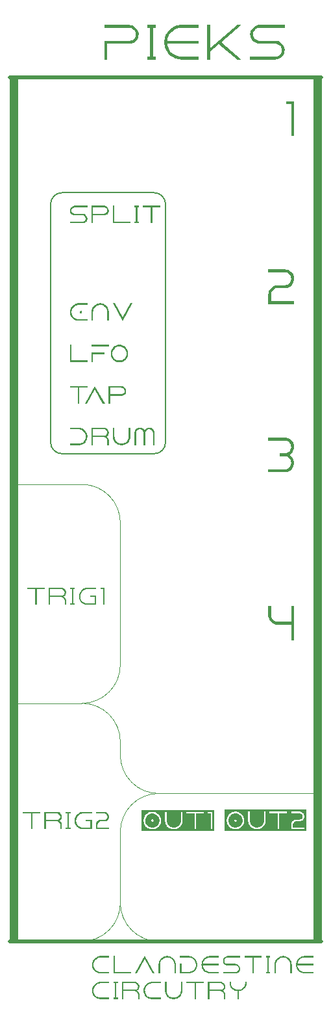
<source format=gbr>
%TF.GenerationSoftware,KiCad,Pcbnew,8.0.6-8.0.6-0~ubuntu22.04.1*%
%TF.CreationDate,2024-12-05T17:52:13+01:00*%
%TF.ProjectId,peaks_v30_panel,7065616b-735f-4763-9330-5f70616e656c,rev?*%
%TF.SameCoordinates,Original*%
%TF.FileFunction,Legend,Top*%
%TF.FilePolarity,Positive*%
%FSLAX46Y46*%
G04 Gerber Fmt 4.6, Leading zero omitted, Abs format (unit mm)*
G04 Created by KiCad (PCBNEW 8.0.6-8.0.6-0~ubuntu22.04.1) date 2024-12-05 17:52:13*
%MOMM*%
%LPD*%
G01*
G04 APERTURE LIST*
%ADD10C,0.200000*%
%ADD11C,0.120000*%
%ADD12C,0.500000*%
%ADD13C,0.100000*%
%ADD14C,0.150000*%
G04 APERTURE END LIST*
D10*
X60993600Y-56663600D02*
X60993600Y-87663600D01*
X75993600Y-56663600D02*
X75993600Y-87663600D01*
X62493600Y-89163600D02*
X74493600Y-89163600D01*
X62493600Y-55163600D02*
X74493600Y-55163600D01*
X60993600Y-56663600D02*
G75*
G02*
X62493600Y-55163600I1500001J-1D01*
G01*
X62493600Y-89163600D02*
G75*
G02*
X60993600Y-87663600I1J1500001D01*
G01*
X75993600Y-87663600D02*
G75*
G02*
X74493600Y-89163600I-1500001J1D01*
G01*
X74493600Y-55163600D02*
G75*
G02*
X75993600Y-56663600I0J-1500000D01*
G01*
D11*
X70091100Y-116654850D02*
G75*
G02*
X65091100Y-121654850I-5000000J0D01*
G01*
X65091100Y-93154850D02*
G75*
G02*
X70091050Y-98154850I0J-4999950D01*
G01*
X65091100Y-121654850D02*
G75*
G02*
X70091050Y-126654850I0J-4999950D01*
G01*
X65091100Y-121654850D02*
X56091100Y-121654850D01*
X70091100Y-98154850D02*
X70091100Y-116654850D01*
X70091100Y-126654850D02*
X70091100Y-128403600D01*
D12*
X55673600Y-40163600D02*
X96313600Y-40163600D01*
D13*
X55673600Y-40163600D02*
X56673600Y-40163600D01*
X56673600Y-152663600D01*
X55673600Y-152663600D01*
X55673600Y-40163600D01*
G36*
X55673600Y-40163600D02*
G01*
X56673600Y-40163600D01*
X56673600Y-152663600D01*
X55673600Y-152663600D01*
X55673600Y-40163600D01*
G37*
D11*
X65091100Y-93154850D02*
X56091100Y-93154850D01*
X75091100Y-133403600D02*
X96091100Y-133403600D01*
X75091100Y-133403600D02*
G75*
G02*
X70091100Y-128403600I0J5000000D01*
G01*
D13*
X95313600Y-40163600D02*
X96313600Y-40163600D01*
X96313600Y-152663600D01*
X95313600Y-152663600D01*
X95313600Y-40163600D01*
G36*
X95313600Y-40163600D02*
G01*
X96313600Y-40163600D01*
X96313600Y-152663600D01*
X95313600Y-152663600D01*
X95313600Y-40163600D01*
G37*
D12*
X55673600Y-152663600D02*
X96313600Y-152663600D01*
D11*
X70091100Y-138403600D02*
G75*
G02*
X75091100Y-133403600I5000000J0D01*
G01*
X70091100Y-138403600D02*
X70091100Y-147654850D01*
D14*
G36*
X92198215Y-89315157D02*
G01*
X92363854Y-89440371D01*
X92504789Y-89591675D01*
X92611474Y-89751864D01*
X92699913Y-89944916D01*
X92751642Y-90149281D01*
X92766812Y-90344885D01*
X92749702Y-90559185D01*
X92698371Y-90759274D01*
X92612819Y-90945150D01*
X92493046Y-91116815D01*
X92409241Y-91208528D01*
X92245697Y-91347855D01*
X92067942Y-91452962D01*
X91875975Y-91523847D01*
X91669795Y-91560512D01*
X91545598Y-91566100D01*
X89390399Y-91566100D01*
X89390399Y-91188989D01*
X91545598Y-91188989D01*
X91753662Y-91164850D01*
X91941882Y-91092436D01*
X92110257Y-90971746D01*
X92141550Y-90941815D01*
X92272411Y-90776894D01*
X92354805Y-90592319D01*
X92388732Y-90388090D01*
X92389701Y-90344885D01*
X92365468Y-90137107D01*
X92292767Y-89949746D01*
X92171600Y-89782802D01*
X92141550Y-89751864D01*
X91977144Y-89622548D01*
X91792894Y-89541128D01*
X91588798Y-89507602D01*
X91545598Y-89506644D01*
X90887119Y-89506644D01*
X90887119Y-89123671D01*
X91545598Y-89123671D01*
X91753662Y-89099819D01*
X91941882Y-89028264D01*
X92110257Y-88909004D01*
X92141550Y-88879428D01*
X92272411Y-88716053D01*
X92354805Y-88532451D01*
X92388732Y-88328622D01*
X92389701Y-88285430D01*
X92365468Y-88077365D01*
X92292767Y-87889146D01*
X92171600Y-87720771D01*
X92141550Y-87689477D01*
X91977144Y-87558616D01*
X91792894Y-87476222D01*
X91588798Y-87442296D01*
X91545598Y-87441326D01*
X89390399Y-87441326D01*
X89390399Y-87064215D01*
X91545598Y-87064215D01*
X91759898Y-87081326D01*
X91959986Y-87132657D01*
X92145863Y-87218209D01*
X92317527Y-87337981D01*
X92409241Y-87421787D01*
X92548568Y-87585330D01*
X92653674Y-87763086D01*
X92724560Y-87955053D01*
X92761225Y-88161232D01*
X92766812Y-88285430D01*
X92751929Y-88481129D01*
X92701176Y-88685820D01*
X92614405Y-88879428D01*
X92496905Y-89053894D01*
X92352622Y-89202500D01*
X92198215Y-89315157D01*
G37*
D12*
G36*
X63513046Y-80576211D02*
G01*
X63513046Y-80356392D01*
X65795251Y-80356392D01*
X65795251Y-80576211D01*
X64765524Y-80576211D01*
X64765524Y-82638598D01*
X64542774Y-82638598D01*
X64542774Y-80576211D01*
X63513046Y-80576211D01*
G37*
G36*
X65488971Y-82638598D02*
G01*
X66781993Y-80340272D01*
X68072083Y-82638598D01*
X67805370Y-82638598D01*
X66781993Y-80811661D01*
X65755684Y-82638598D01*
X65488971Y-82638598D01*
G37*
G36*
X70341513Y-80365181D02*
G01*
X70444055Y-80391548D01*
X70539304Y-80435493D01*
X70627260Y-80497015D01*
X70674247Y-80540063D01*
X70745814Y-80623852D01*
X70799803Y-80714933D01*
X70836214Y-80813308D01*
X70855047Y-80918975D01*
X70857917Y-80982631D01*
X70849128Y-81092489D01*
X70822761Y-81195101D01*
X70778817Y-81290467D01*
X70717294Y-81378587D01*
X70674247Y-81425688D01*
X70590458Y-81497064D01*
X70499376Y-81550910D01*
X70401002Y-81587224D01*
X70295334Y-81606007D01*
X70231679Y-81608870D01*
X68795531Y-81608870D01*
X68795531Y-82638598D01*
X68575712Y-82638598D01*
X68575712Y-81386120D01*
X68795531Y-81386120D01*
X70231679Y-81386120D01*
X70328070Y-81363821D01*
X70388971Y-81334341D01*
X70473600Y-81275386D01*
X70545808Y-81201575D01*
X70560429Y-81183399D01*
X70613524Y-81096164D01*
X70637795Y-80995322D01*
X70638099Y-80982631D01*
X70626459Y-80882377D01*
X70586768Y-80783117D01*
X70526241Y-80702899D01*
X70518908Y-80695401D01*
X70439644Y-80632547D01*
X70341433Y-80590295D01*
X70242133Y-80576327D01*
X70231679Y-80576211D01*
X68795531Y-80576211D01*
X68795531Y-81386120D01*
X68575712Y-81386120D01*
X68575712Y-80356392D01*
X70231679Y-80356392D01*
X70341513Y-80365181D01*
G37*
G36*
X64654211Y-69561394D02*
G01*
X65795313Y-69561394D01*
X65795313Y-69781213D01*
X64654211Y-69781213D01*
X64547114Y-69787103D01*
X64443383Y-69804775D01*
X64343019Y-69834227D01*
X64246020Y-69875460D01*
X64192103Y-69904311D01*
X64103226Y-69962491D01*
X64022950Y-70029320D01*
X63951276Y-70104797D01*
X63888204Y-70188923D01*
X63856025Y-70240878D01*
X63808060Y-70335763D01*
X63771876Y-70434061D01*
X63747473Y-70535771D01*
X63734850Y-70640894D01*
X63732927Y-70702497D01*
X63738817Y-70809594D01*
X63756489Y-70913324D01*
X63785941Y-71013689D01*
X63827174Y-71110688D01*
X63856025Y-71164604D01*
X63914182Y-71253482D01*
X63980940Y-71333758D01*
X64056301Y-71405432D01*
X64140263Y-71468504D01*
X64192103Y-71500683D01*
X64287179Y-71548648D01*
X64385620Y-71584832D01*
X64487427Y-71609235D01*
X64592601Y-71621858D01*
X64654211Y-71623781D01*
X65795313Y-71623781D01*
X65795313Y-71843600D01*
X64654211Y-71843600D01*
X64538050Y-71838386D01*
X64426241Y-71822747D01*
X64318781Y-71796682D01*
X64215673Y-71760191D01*
X64116915Y-71713273D01*
X64022507Y-71655929D01*
X63932450Y-71588160D01*
X63846744Y-71509964D01*
X63768548Y-71424257D01*
X63700778Y-71334201D01*
X63643435Y-71239793D01*
X63596517Y-71141035D01*
X63560026Y-71037926D01*
X63533960Y-70930467D01*
X63518321Y-70818657D01*
X63513108Y-70702497D01*
X63518321Y-70586344D01*
X63533960Y-70474557D01*
X63560026Y-70367136D01*
X63596517Y-70264081D01*
X63643435Y-70165392D01*
X63700778Y-70071068D01*
X63768548Y-69981110D01*
X63846744Y-69895519D01*
X63932450Y-69817208D01*
X64022507Y-69749339D01*
X64116915Y-69691912D01*
X64215673Y-69644925D01*
X64318781Y-69608381D01*
X64426241Y-69582277D01*
X64538050Y-69566615D01*
X64654211Y-69561394D01*
G37*
G36*
X64818831Y-70813383D02*
G01*
X64774510Y-70722463D01*
X64773401Y-70702497D01*
X64803392Y-70609351D01*
X64818831Y-70591611D01*
X64909879Y-70547291D01*
X64929717Y-70546181D01*
X65022863Y-70576172D01*
X65040603Y-70591611D01*
X65084923Y-70682531D01*
X65086032Y-70702497D01*
X65056042Y-70795643D01*
X65040603Y-70813383D01*
X64949683Y-70857703D01*
X64929717Y-70858812D01*
X64836719Y-70828822D01*
X64818831Y-70813383D01*
G37*
G36*
X66646744Y-69895519D02*
G01*
X66732450Y-69817208D01*
X66822507Y-69749339D01*
X66916915Y-69691912D01*
X67015673Y-69644925D01*
X67118781Y-69608381D01*
X67226241Y-69582277D01*
X67338050Y-69566615D01*
X67454211Y-69561394D01*
X67570364Y-69566615D01*
X67682150Y-69582277D01*
X67789572Y-69608381D01*
X67892627Y-69644925D01*
X67991316Y-69691912D01*
X68085640Y-69749339D01*
X68175597Y-69817208D01*
X68261189Y-69895519D01*
X68339500Y-69981110D01*
X68407369Y-70071068D01*
X68464796Y-70165392D01*
X68511782Y-70264081D01*
X68548327Y-70367136D01*
X68574431Y-70474557D01*
X68590093Y-70586344D01*
X68595313Y-70702497D01*
X68595313Y-71843600D01*
X68375495Y-71843600D01*
X68375495Y-70702497D01*
X68369604Y-70595424D01*
X68351933Y-70491763D01*
X68322481Y-70391515D01*
X68281248Y-70294680D01*
X68252396Y-70240878D01*
X68194217Y-70151810D01*
X68127388Y-70071391D01*
X68051911Y-69999620D01*
X67967785Y-69936498D01*
X67915830Y-69904311D01*
X67820945Y-69856346D01*
X67722647Y-69820162D01*
X67620937Y-69795759D01*
X67515813Y-69783136D01*
X67454211Y-69781213D01*
X67347114Y-69787103D01*
X67243383Y-69804775D01*
X67143019Y-69834227D01*
X67046020Y-69875460D01*
X66992103Y-69904311D01*
X66903226Y-69962491D01*
X66822950Y-70029320D01*
X66751276Y-70104797D01*
X66688204Y-70188923D01*
X66656025Y-70240878D01*
X66608060Y-70335763D01*
X66571876Y-70434061D01*
X66547473Y-70535771D01*
X66534850Y-70640894D01*
X66532927Y-70702497D01*
X66532927Y-71843600D01*
X66313108Y-71843600D01*
X66313108Y-70702497D01*
X66318321Y-70586344D01*
X66333960Y-70474557D01*
X66360026Y-70367136D01*
X66396517Y-70264081D01*
X66443435Y-70165392D01*
X66500778Y-70071068D01*
X66568548Y-69981110D01*
X66646744Y-69895519D01*
G37*
G36*
X70394895Y-71388331D02*
G01*
X71418272Y-69561394D01*
X71684985Y-69561394D01*
X70394895Y-71859720D01*
X69101873Y-69561394D01*
X69368586Y-69561394D01*
X70394895Y-71388331D01*
G37*
D14*
G36*
X66734207Y-156484360D02*
G01*
X66657041Y-156399898D01*
X66590164Y-156311131D01*
X66533576Y-156218059D01*
X66487277Y-156120683D01*
X66451267Y-156019001D01*
X66425545Y-155913015D01*
X66410112Y-155802724D01*
X66404967Y-155688128D01*
X66410112Y-155573533D01*
X66425545Y-155463242D01*
X66451267Y-155357256D01*
X66487277Y-155255574D01*
X66533576Y-155158198D01*
X66590164Y-155065126D01*
X66657041Y-154976359D01*
X66734207Y-154891897D01*
X66818669Y-154814731D01*
X66907436Y-154747855D01*
X67000508Y-154691267D01*
X67097884Y-154644967D01*
X67199566Y-154608957D01*
X67305552Y-154583235D01*
X67415843Y-154567802D01*
X67530438Y-154562657D01*
X68655909Y-154562657D01*
X68655909Y-154751213D01*
X67530438Y-154751213D01*
X67421465Y-154757220D01*
X67315951Y-154775242D01*
X67213897Y-154805279D01*
X67115302Y-154847330D01*
X67060515Y-154876754D01*
X66970188Y-154935859D01*
X66888557Y-155003752D01*
X66815621Y-155080435D01*
X66751380Y-155165907D01*
X66718575Y-155218694D01*
X66669849Y-155315121D01*
X66633090Y-155415055D01*
X66608299Y-155518496D01*
X66595477Y-155625442D01*
X66593523Y-155688128D01*
X66599507Y-155797102D01*
X66617459Y-155902616D01*
X66647378Y-156004670D01*
X66689266Y-156103265D01*
X66718575Y-156158052D01*
X66777847Y-156248379D01*
X66845814Y-156330010D01*
X66922477Y-156402946D01*
X67007835Y-156467187D01*
X67060515Y-156499992D01*
X67157133Y-156548718D01*
X67257211Y-156585477D01*
X67360748Y-156610267D01*
X67467744Y-156623090D01*
X67530438Y-156625044D01*
X68655909Y-156625044D01*
X68655909Y-156813600D01*
X67530438Y-156813600D01*
X67415843Y-156808455D01*
X67305552Y-156793022D01*
X67199566Y-156767300D01*
X67097884Y-156731290D01*
X67000508Y-156684990D01*
X66907436Y-156628402D01*
X66818669Y-156561526D01*
X66734207Y-156484360D01*
G37*
G36*
X70845302Y-156625044D02*
G01*
X71286893Y-156625044D01*
X71455909Y-156625044D01*
X71455909Y-156813600D01*
X70845302Y-156813600D01*
X69204967Y-156813600D01*
X69204967Y-156667054D01*
X69204967Y-156625044D01*
X69204967Y-154562657D01*
X69393523Y-154562657D01*
X69393523Y-156625044D01*
X70845302Y-156625044D01*
G37*
G36*
X72004967Y-156813600D02*
G01*
X73271122Y-154562657D01*
X74534346Y-156813600D01*
X74303781Y-156813600D01*
X73271122Y-154970543D01*
X72235533Y-156813600D01*
X72004967Y-156813600D01*
G37*
G36*
X75409713Y-154891897D02*
G01*
X75494175Y-154814731D01*
X75582942Y-154747855D01*
X75676014Y-154691267D01*
X75773390Y-154644967D01*
X75875071Y-154608957D01*
X75981058Y-154583235D01*
X76091349Y-154567802D01*
X76205944Y-154562657D01*
X76320540Y-154567802D01*
X76430831Y-154583235D01*
X76536817Y-154608957D01*
X76638498Y-154644967D01*
X76735875Y-154691267D01*
X76828947Y-154747855D01*
X76917714Y-154814731D01*
X77002176Y-154891897D01*
X77079341Y-154976359D01*
X77146218Y-155065126D01*
X77202806Y-155158198D01*
X77249105Y-155255574D01*
X77285116Y-155357256D01*
X77310838Y-155463242D01*
X77326271Y-155573533D01*
X77331415Y-155688128D01*
X77331415Y-156813600D01*
X77142860Y-156813600D01*
X77142860Y-155688128D01*
X77136852Y-155579179D01*
X77118830Y-155473735D01*
X77088794Y-155371797D01*
X77046743Y-155273366D01*
X77017319Y-155218694D01*
X76958214Y-155128200D01*
X76890320Y-155046495D01*
X76813638Y-154973579D01*
X76728166Y-154909452D01*
X76675379Y-154876754D01*
X76578951Y-154827837D01*
X76479017Y-154790935D01*
X76375577Y-154766047D01*
X76268631Y-154753174D01*
X76205944Y-154751213D01*
X76096971Y-154757220D01*
X75991457Y-154775242D01*
X75889403Y-154805279D01*
X75790808Y-154847330D01*
X75736021Y-154876754D01*
X75645694Y-154935859D01*
X75564063Y-155003752D01*
X75491127Y-155080435D01*
X75426886Y-155165907D01*
X75394081Y-155218694D01*
X75345355Y-155315121D01*
X75308596Y-155415055D01*
X75283805Y-155518496D01*
X75270983Y-155625442D01*
X75269029Y-155688128D01*
X75269029Y-156813600D01*
X75080473Y-156813600D01*
X75080473Y-155688128D01*
X75085618Y-155573533D01*
X75101051Y-155463242D01*
X75126772Y-155357256D01*
X75162783Y-155255574D01*
X75209082Y-155158198D01*
X75265670Y-155065126D01*
X75332547Y-154976359D01*
X75409713Y-154891897D01*
G37*
G36*
X79005944Y-154562657D02*
G01*
X79120540Y-154567802D01*
X79230831Y-154583235D01*
X79336817Y-154608957D01*
X79438498Y-154644967D01*
X79535875Y-154691267D01*
X79628947Y-154747855D01*
X79717714Y-154814731D01*
X79802176Y-154891897D01*
X79879341Y-154976359D01*
X79946218Y-155065126D01*
X80002806Y-155158198D01*
X80049105Y-155255574D01*
X80085116Y-155357256D01*
X80110838Y-155463242D01*
X80126271Y-155573533D01*
X80131415Y-155688128D01*
X80126271Y-155802724D01*
X80110838Y-155913015D01*
X80085116Y-156019001D01*
X80049105Y-156120683D01*
X80002806Y-156218059D01*
X79946218Y-156311131D01*
X79879341Y-156399898D01*
X79802176Y-156484360D01*
X79717714Y-156561526D01*
X79628947Y-156628402D01*
X79535875Y-156684990D01*
X79438498Y-156731290D01*
X79336817Y-156767300D01*
X79230831Y-156793022D01*
X79120540Y-156808455D01*
X79005944Y-156813600D01*
X77880473Y-156813600D01*
X77880473Y-155592385D01*
X78069029Y-155592385D01*
X78069029Y-156625044D01*
X79005944Y-156625044D01*
X79114894Y-156619060D01*
X79220338Y-156601108D01*
X79322275Y-156571188D01*
X79420707Y-156529301D01*
X79475379Y-156499992D01*
X79565873Y-156440720D01*
X79647578Y-156372753D01*
X79720494Y-156296090D01*
X79784621Y-156210732D01*
X79817319Y-156158052D01*
X79866236Y-156061434D01*
X79903138Y-155961356D01*
X79928025Y-155857819D01*
X79940898Y-155750823D01*
X79942860Y-155688128D01*
X79936852Y-155579179D01*
X79918830Y-155473735D01*
X79888794Y-155371797D01*
X79846743Y-155273366D01*
X79817319Y-155218694D01*
X79758214Y-155128200D01*
X79690320Y-155046495D01*
X79613638Y-154973579D01*
X79528166Y-154909452D01*
X79475379Y-154876754D01*
X79378951Y-154827837D01*
X79279017Y-154790935D01*
X79175577Y-154766047D01*
X79068631Y-154753174D01*
X79005944Y-154751213D01*
X77880473Y-154751213D01*
X77880473Y-154562657D01*
X79005944Y-154562657D01*
G37*
G36*
X81009713Y-156484360D02*
G01*
X80932547Y-156399898D01*
X80865670Y-156311131D01*
X80809082Y-156218059D01*
X80762783Y-156120683D01*
X80726772Y-156019001D01*
X80701051Y-155913015D01*
X80685618Y-155802724D01*
X80680473Y-155688128D01*
X80685618Y-155573533D01*
X80701051Y-155463242D01*
X80726772Y-155357256D01*
X80762783Y-155255574D01*
X80809082Y-155158198D01*
X80865670Y-155065126D01*
X80932547Y-154976359D01*
X81009713Y-154891897D01*
X81094175Y-154814731D01*
X81182942Y-154747855D01*
X81276014Y-154691267D01*
X81373390Y-154644967D01*
X81475071Y-154608957D01*
X81581058Y-154583235D01*
X81691349Y-154567802D01*
X81805944Y-154562657D01*
X82931415Y-154562657D01*
X82931415Y-154751213D01*
X81805944Y-154751213D01*
X81694885Y-154757152D01*
X81588549Y-154774969D01*
X81486935Y-154804665D01*
X81390044Y-154846239D01*
X81297876Y-154899691D01*
X81210431Y-154965021D01*
X81176775Y-154994479D01*
X81099325Y-155073218D01*
X81033063Y-155157396D01*
X80977986Y-155247013D01*
X80934096Y-155342067D01*
X80901393Y-155442559D01*
X80879876Y-155548490D01*
X80874402Y-155592385D01*
X82931415Y-155592385D01*
X82931415Y-155783872D01*
X80874402Y-155783872D01*
X80891444Y-155891978D01*
X80919673Y-155994646D01*
X80959088Y-156091875D01*
X81009690Y-156183667D01*
X81071478Y-156270020D01*
X81144453Y-156350935D01*
X81176775Y-156381778D01*
X81262331Y-156451860D01*
X81352610Y-156510063D01*
X81447612Y-156556388D01*
X81547337Y-156590835D01*
X81651784Y-156613403D01*
X81760954Y-156624094D01*
X81805944Y-156625044D01*
X82931415Y-156625044D01*
X82931415Y-156813600D01*
X81805944Y-156813600D01*
X81691349Y-156808455D01*
X81581058Y-156793022D01*
X81475071Y-156767300D01*
X81373390Y-156731290D01*
X81276014Y-156684990D01*
X81182942Y-156628402D01*
X81094175Y-156561526D01*
X81009713Y-156484360D01*
G37*
G36*
X84091080Y-154562657D02*
G01*
X85731415Y-154562657D01*
X85731415Y-154751213D01*
X84091080Y-154751213D01*
X83987000Y-154763330D01*
X83892747Y-154799680D01*
X83808322Y-154860264D01*
X83792616Y-154875288D01*
X83727443Y-154957491D01*
X83686408Y-155049617D01*
X83669511Y-155151664D01*
X83669029Y-155173265D01*
X83681098Y-155277201D01*
X83717305Y-155371025D01*
X83777650Y-155454735D01*
X83792616Y-155470264D01*
X83875076Y-155534664D01*
X83967364Y-155575212D01*
X84069478Y-155591908D01*
X84091080Y-155592385D01*
X85120808Y-155592385D01*
X85227958Y-155600940D01*
X85328002Y-155626606D01*
X85420941Y-155669382D01*
X85506773Y-155729268D01*
X85552630Y-155771171D01*
X85622293Y-155852943D01*
X85674846Y-155941820D01*
X85710289Y-156037804D01*
X85728622Y-156140894D01*
X85731415Y-156202992D01*
X85722860Y-156310142D01*
X85697195Y-156410187D01*
X85654419Y-156503125D01*
X85594532Y-156588957D01*
X85552630Y-156634814D01*
X85470858Y-156704477D01*
X85381980Y-156757031D01*
X85285996Y-156792473D01*
X85182907Y-156810806D01*
X85120808Y-156813600D01*
X83480473Y-156813600D01*
X83480473Y-156625044D01*
X85120808Y-156625044D01*
X85224840Y-156612975D01*
X85318950Y-156576768D01*
X85403138Y-156516423D01*
X85418784Y-156501457D01*
X85484215Y-156418997D01*
X85525412Y-156326709D01*
X85542375Y-156224595D01*
X85542860Y-156202992D01*
X85530743Y-156099103D01*
X85494393Y-156005423D01*
X85433809Y-155921951D01*
X85418784Y-155906482D01*
X85336581Y-155841824D01*
X85244456Y-155801114D01*
X85142408Y-155784351D01*
X85120808Y-155783872D01*
X84091080Y-155783872D01*
X83983930Y-155775316D01*
X83883886Y-155749651D01*
X83790948Y-155706875D01*
X83705116Y-155646989D01*
X83659259Y-155605086D01*
X83589595Y-155523314D01*
X83537042Y-155434436D01*
X83501599Y-155338453D01*
X83483267Y-155235363D01*
X83480473Y-155173265D01*
X83489028Y-155066114D01*
X83514694Y-154966070D01*
X83557470Y-154873132D01*
X83617356Y-154787300D01*
X83659259Y-154741443D01*
X83741031Y-154671780D01*
X83829908Y-154619226D01*
X83925892Y-154583783D01*
X84028982Y-154565451D01*
X84091080Y-154562657D01*
G37*
G36*
X86280473Y-154751213D02*
G01*
X86280473Y-154562657D01*
X88531415Y-154562657D01*
X88531415Y-154751213D01*
X87501687Y-154751213D01*
X87501687Y-156813600D01*
X87310201Y-156813600D01*
X87310201Y-154751213D01*
X86280473Y-154751213D01*
G37*
G36*
X89646140Y-154751213D02*
G01*
X89457584Y-154751213D01*
X89457584Y-156625044D01*
X89646140Y-156625044D01*
X89646140Y-156813600D01*
X89080473Y-156813600D01*
X89080473Y-156625044D01*
X89269029Y-156625044D01*
X89269029Y-154751213D01*
X89080473Y-154751213D01*
X89080473Y-154562657D01*
X89646140Y-154562657D01*
X89646140Y-154751213D01*
G37*
G36*
X90531276Y-154891897D02*
G01*
X90615738Y-154814731D01*
X90704505Y-154747855D01*
X90797577Y-154691267D01*
X90894953Y-154644967D01*
X90996635Y-154608957D01*
X91102621Y-154583235D01*
X91212912Y-154567802D01*
X91327507Y-154562657D01*
X91442103Y-154567802D01*
X91552394Y-154583235D01*
X91658380Y-154608957D01*
X91760061Y-154644967D01*
X91857438Y-154691267D01*
X91950510Y-154747855D01*
X92039277Y-154814731D01*
X92123739Y-154891897D01*
X92200905Y-154976359D01*
X92267781Y-155065126D01*
X92324369Y-155158198D01*
X92370669Y-155255574D01*
X92406679Y-155357256D01*
X92432401Y-155463242D01*
X92447834Y-155573533D01*
X92452978Y-155688128D01*
X92452978Y-156813600D01*
X92264423Y-156813600D01*
X92264423Y-155688128D01*
X92258416Y-155579179D01*
X92240394Y-155473735D01*
X92210357Y-155371797D01*
X92168306Y-155273366D01*
X92138882Y-155218694D01*
X92079777Y-155128200D01*
X92011883Y-155046495D01*
X91935201Y-154973579D01*
X91849729Y-154909452D01*
X91796942Y-154876754D01*
X91700514Y-154827837D01*
X91600580Y-154790935D01*
X91497140Y-154766047D01*
X91390194Y-154753174D01*
X91327507Y-154751213D01*
X91218534Y-154757220D01*
X91113020Y-154775242D01*
X91010966Y-154805279D01*
X90912371Y-154847330D01*
X90857584Y-154876754D01*
X90767257Y-154935859D01*
X90685626Y-155003752D01*
X90612690Y-155080435D01*
X90548449Y-155165907D01*
X90515644Y-155218694D01*
X90466918Y-155315121D01*
X90430159Y-155415055D01*
X90405369Y-155518496D01*
X90392546Y-155625442D01*
X90390592Y-155688128D01*
X90390592Y-156813600D01*
X90202036Y-156813600D01*
X90202036Y-155688128D01*
X90207181Y-155573533D01*
X90222614Y-155463242D01*
X90248336Y-155357256D01*
X90284346Y-155255574D01*
X90330645Y-155158198D01*
X90387233Y-155065126D01*
X90454110Y-154976359D01*
X90531276Y-154891897D01*
G37*
G36*
X93331276Y-156484360D02*
G01*
X93254110Y-156399898D01*
X93187233Y-156311131D01*
X93130645Y-156218059D01*
X93084346Y-156120683D01*
X93048336Y-156019001D01*
X93022614Y-155913015D01*
X93007181Y-155802724D01*
X93002036Y-155688128D01*
X93007181Y-155573533D01*
X93022614Y-155463242D01*
X93048336Y-155357256D01*
X93084346Y-155255574D01*
X93130645Y-155158198D01*
X93187233Y-155065126D01*
X93254110Y-154976359D01*
X93331276Y-154891897D01*
X93415738Y-154814731D01*
X93504505Y-154747855D01*
X93597577Y-154691267D01*
X93694953Y-154644967D01*
X93796635Y-154608957D01*
X93902621Y-154583235D01*
X94012912Y-154567802D01*
X94127507Y-154562657D01*
X95252978Y-154562657D01*
X95252978Y-154751213D01*
X94127507Y-154751213D01*
X94016448Y-154757152D01*
X93910112Y-154774969D01*
X93808499Y-154804665D01*
X93711608Y-154846239D01*
X93619439Y-154899691D01*
X93531994Y-154965021D01*
X93498338Y-154994479D01*
X93420888Y-155073218D01*
X93354626Y-155157396D01*
X93299549Y-155247013D01*
X93255660Y-155342067D01*
X93222956Y-155442559D01*
X93201440Y-155548490D01*
X93195965Y-155592385D01*
X95252978Y-155592385D01*
X95252978Y-155783872D01*
X93195965Y-155783872D01*
X93213007Y-155891978D01*
X93241236Y-155994646D01*
X93280651Y-156091875D01*
X93331253Y-156183667D01*
X93393041Y-156270020D01*
X93466016Y-156350935D01*
X93498338Y-156381778D01*
X93583894Y-156451860D01*
X93674174Y-156510063D01*
X93769175Y-156556388D01*
X93868900Y-156590835D01*
X93973347Y-156613403D01*
X94082517Y-156624094D01*
X94127507Y-156625044D01*
X95252978Y-156625044D01*
X95252978Y-156813600D01*
X94127507Y-156813600D01*
X94012912Y-156808455D01*
X93902621Y-156793022D01*
X93796635Y-156767300D01*
X93694953Y-156731290D01*
X93597577Y-156684990D01*
X93504505Y-156628402D01*
X93415738Y-156561526D01*
X93331276Y-156484360D01*
G37*
G36*
X66734207Y-159844360D02*
G01*
X66657041Y-159759898D01*
X66590164Y-159671131D01*
X66533576Y-159578059D01*
X66487277Y-159480683D01*
X66451267Y-159379001D01*
X66425545Y-159273015D01*
X66410112Y-159162724D01*
X66404967Y-159048128D01*
X66410112Y-158933533D01*
X66425545Y-158823242D01*
X66451267Y-158717256D01*
X66487277Y-158615574D01*
X66533576Y-158518198D01*
X66590164Y-158425126D01*
X66657041Y-158336359D01*
X66734207Y-158251897D01*
X66818669Y-158174731D01*
X66907436Y-158107855D01*
X67000508Y-158051267D01*
X67097884Y-158004967D01*
X67199566Y-157968957D01*
X67305552Y-157943235D01*
X67415843Y-157927802D01*
X67530438Y-157922657D01*
X68655909Y-157922657D01*
X68655909Y-158111213D01*
X67530438Y-158111213D01*
X67421465Y-158117220D01*
X67315951Y-158135242D01*
X67213897Y-158165279D01*
X67115302Y-158207330D01*
X67060515Y-158236754D01*
X66970188Y-158295859D01*
X66888557Y-158363752D01*
X66815621Y-158440435D01*
X66751380Y-158525907D01*
X66718575Y-158578694D01*
X66669849Y-158675121D01*
X66633090Y-158775055D01*
X66608299Y-158878496D01*
X66595477Y-158985442D01*
X66593523Y-159048128D01*
X66599507Y-159157102D01*
X66617459Y-159262616D01*
X66647378Y-159364670D01*
X66689266Y-159463265D01*
X66718575Y-159518052D01*
X66777847Y-159608379D01*
X66845814Y-159690010D01*
X66922477Y-159762946D01*
X67007835Y-159827187D01*
X67060515Y-159859992D01*
X67157133Y-159908718D01*
X67257211Y-159945477D01*
X67360748Y-159970267D01*
X67467744Y-159983090D01*
X67530438Y-159985044D01*
X68655909Y-159985044D01*
X68655909Y-160173600D01*
X67530438Y-160173600D01*
X67415843Y-160168455D01*
X67305552Y-160153022D01*
X67199566Y-160127300D01*
X67097884Y-160091290D01*
X67000508Y-160044990D01*
X66907436Y-159988402D01*
X66818669Y-159921526D01*
X66734207Y-159844360D01*
G37*
G36*
X69770634Y-158111213D02*
G01*
X69582078Y-158111213D01*
X69582078Y-159985044D01*
X69770634Y-159985044D01*
X69770634Y-160173600D01*
X69204967Y-160173600D01*
X69204967Y-159985044D01*
X69393523Y-159985044D01*
X69393523Y-158111213D01*
X69204967Y-158111213D01*
X69204967Y-157922657D01*
X69770634Y-157922657D01*
X69770634Y-158111213D01*
G37*
G36*
X72074015Y-157931213D02*
G01*
X72174060Y-157956878D01*
X72266998Y-157999654D01*
X72352830Y-158059540D01*
X72398687Y-158101443D01*
X72468350Y-158183215D01*
X72520904Y-158272093D01*
X72556346Y-158368076D01*
X72574679Y-158471166D01*
X72577472Y-158533265D01*
X72569888Y-158631114D01*
X72544023Y-158733460D01*
X72499803Y-158830264D01*
X72440565Y-158917497D01*
X72368975Y-158991800D01*
X72293174Y-159048128D01*
X72375994Y-159110735D01*
X72446461Y-159186387D01*
X72499803Y-159266482D01*
X72544023Y-159363008D01*
X72569888Y-159465190D01*
X72577472Y-159562992D01*
X72577472Y-160173600D01*
X72388917Y-160173600D01*
X72388917Y-159562992D01*
X72376800Y-159459103D01*
X72340450Y-159365423D01*
X72279866Y-159281951D01*
X72264842Y-159266482D01*
X72182639Y-159201824D01*
X72090513Y-159161114D01*
X71988466Y-159144351D01*
X71966865Y-159143872D01*
X70515086Y-159143872D01*
X70515086Y-160173600D01*
X70326530Y-160173600D01*
X70326530Y-158952385D01*
X70515086Y-158952385D01*
X71966865Y-158952385D01*
X72070898Y-158940459D01*
X72165007Y-158904682D01*
X72249195Y-158845052D01*
X72264842Y-158830264D01*
X72330272Y-158748576D01*
X72371469Y-158656775D01*
X72388432Y-158554861D01*
X72388917Y-158533265D01*
X72376800Y-158429232D01*
X72340450Y-158335123D01*
X72279866Y-158250935D01*
X72264842Y-158235288D01*
X72182639Y-158169858D01*
X72090513Y-158128661D01*
X71988466Y-158111698D01*
X71966865Y-158111213D01*
X70515086Y-158111213D01*
X70515086Y-158952385D01*
X70326530Y-158952385D01*
X70326530Y-157922657D01*
X71966865Y-157922657D01*
X72074015Y-157931213D01*
G37*
G36*
X73455770Y-159844360D02*
G01*
X73378604Y-159759898D01*
X73311728Y-159671131D01*
X73255140Y-159578059D01*
X73208840Y-159480683D01*
X73172830Y-159379001D01*
X73147108Y-159273015D01*
X73131675Y-159162724D01*
X73126530Y-159048128D01*
X73131675Y-158933533D01*
X73147108Y-158823242D01*
X73172830Y-158717256D01*
X73208840Y-158615574D01*
X73255140Y-158518198D01*
X73311728Y-158425126D01*
X73378604Y-158336359D01*
X73455770Y-158251897D01*
X73540232Y-158174731D01*
X73628999Y-158107855D01*
X73722071Y-158051267D01*
X73819447Y-158004967D01*
X73921129Y-157968957D01*
X74027115Y-157943235D01*
X74137406Y-157927802D01*
X74252001Y-157922657D01*
X75377472Y-157922657D01*
X75377472Y-158111213D01*
X74252001Y-158111213D01*
X74143028Y-158117220D01*
X74037514Y-158135242D01*
X73935460Y-158165279D01*
X73836865Y-158207330D01*
X73782078Y-158236754D01*
X73691751Y-158295859D01*
X73610120Y-158363752D01*
X73537184Y-158440435D01*
X73472943Y-158525907D01*
X73440138Y-158578694D01*
X73391412Y-158675121D01*
X73354653Y-158775055D01*
X73329863Y-158878496D01*
X73317040Y-158985442D01*
X73315086Y-159048128D01*
X73321070Y-159157102D01*
X73339022Y-159262616D01*
X73368941Y-159364670D01*
X73410829Y-159463265D01*
X73440138Y-159518052D01*
X73499410Y-159608379D01*
X73567377Y-159690010D01*
X73644040Y-159762946D01*
X73729398Y-159827187D01*
X73782078Y-159859992D01*
X73878696Y-159908718D01*
X73978774Y-159945477D01*
X74082311Y-159970267D01*
X74189307Y-159983090D01*
X74252001Y-159985044D01*
X75377472Y-159985044D01*
X75377472Y-160173600D01*
X74252001Y-160173600D01*
X74137406Y-160168455D01*
X74027115Y-160153022D01*
X73921129Y-160127300D01*
X73819447Y-160091290D01*
X73722071Y-160044990D01*
X73628999Y-159988402D01*
X73540232Y-159921526D01*
X73455770Y-159844360D01*
G37*
G36*
X77988917Y-159048128D02*
G01*
X77988917Y-157922657D01*
X78177472Y-157922657D01*
X78177472Y-159048128D01*
X78172328Y-159162724D01*
X78156895Y-159273015D01*
X78131173Y-159379001D01*
X78095163Y-159480683D01*
X78048863Y-159578059D01*
X77992275Y-159671131D01*
X77925399Y-159759898D01*
X77848233Y-159844360D01*
X77763771Y-159921526D01*
X77675004Y-159988402D01*
X77581932Y-160044990D01*
X77484556Y-160091290D01*
X77382874Y-160127300D01*
X77276888Y-160153022D01*
X77166597Y-160168455D01*
X77052001Y-160173600D01*
X76937406Y-160168455D01*
X76827115Y-160153022D01*
X76721129Y-160127300D01*
X76619447Y-160091290D01*
X76522071Y-160044990D01*
X76428999Y-159988402D01*
X76340232Y-159921526D01*
X76255770Y-159844360D01*
X76178604Y-159759898D01*
X76111728Y-159671131D01*
X76055140Y-159578059D01*
X76008840Y-159480683D01*
X75972830Y-159379001D01*
X75947108Y-159273015D01*
X75931675Y-159162724D01*
X75926530Y-159048128D01*
X75926530Y-157922657D01*
X76115086Y-157922657D01*
X76115086Y-159048128D01*
X76121070Y-159157102D01*
X76139022Y-159262616D01*
X76168941Y-159364670D01*
X76210829Y-159463265D01*
X76240138Y-159518052D01*
X76299410Y-159608379D01*
X76367377Y-159690010D01*
X76444040Y-159762946D01*
X76529398Y-159827187D01*
X76582078Y-159859992D01*
X76678696Y-159908718D01*
X76778774Y-159945477D01*
X76882311Y-159970267D01*
X76989307Y-159983090D01*
X77052001Y-159985044D01*
X77160951Y-159979060D01*
X77266395Y-159961108D01*
X77368333Y-159931188D01*
X77466764Y-159889301D01*
X77521436Y-159859992D01*
X77611930Y-159800720D01*
X77693635Y-159732753D01*
X77766551Y-159656090D01*
X77830678Y-159570732D01*
X77863376Y-159518052D01*
X77912293Y-159421434D01*
X77949195Y-159321356D01*
X77974083Y-159217819D01*
X77986955Y-159110823D01*
X77988917Y-159048128D01*
G37*
G36*
X78726530Y-158111213D02*
G01*
X78726530Y-157922657D01*
X80977472Y-157922657D01*
X80977472Y-158111213D01*
X79947745Y-158111213D01*
X79947745Y-160173600D01*
X79756258Y-160173600D01*
X79756258Y-158111213D01*
X78726530Y-158111213D01*
G37*
G36*
X83274015Y-157931213D02*
G01*
X83374060Y-157956878D01*
X83466998Y-157999654D01*
X83552830Y-158059540D01*
X83598687Y-158101443D01*
X83668350Y-158183215D01*
X83720904Y-158272093D01*
X83756346Y-158368076D01*
X83774679Y-158471166D01*
X83777472Y-158533265D01*
X83769888Y-158631114D01*
X83744023Y-158733460D01*
X83699803Y-158830264D01*
X83640565Y-158917497D01*
X83568975Y-158991800D01*
X83493174Y-159048128D01*
X83575994Y-159110735D01*
X83646461Y-159186387D01*
X83699803Y-159266482D01*
X83744023Y-159363008D01*
X83769888Y-159465190D01*
X83777472Y-159562992D01*
X83777472Y-160173600D01*
X83588917Y-160173600D01*
X83588917Y-159562992D01*
X83576800Y-159459103D01*
X83540450Y-159365423D01*
X83479866Y-159281951D01*
X83464842Y-159266482D01*
X83382639Y-159201824D01*
X83290513Y-159161114D01*
X83188466Y-159144351D01*
X83166865Y-159143872D01*
X81715086Y-159143872D01*
X81715086Y-160173600D01*
X81526530Y-160173600D01*
X81526530Y-158952385D01*
X81715086Y-158952385D01*
X83166865Y-158952385D01*
X83270898Y-158940459D01*
X83365007Y-158904682D01*
X83449195Y-158845052D01*
X83464842Y-158830264D01*
X83530272Y-158748576D01*
X83571469Y-158656775D01*
X83588432Y-158554861D01*
X83588917Y-158533265D01*
X83576800Y-158429232D01*
X83540450Y-158335123D01*
X83479866Y-158250935D01*
X83464842Y-158235288D01*
X83382639Y-158169858D01*
X83290513Y-158128661D01*
X83188466Y-158111698D01*
X83166865Y-158111213D01*
X81715086Y-158111213D01*
X81715086Y-158952385D01*
X81526530Y-158952385D01*
X81526530Y-157922657D01*
X83166865Y-157922657D01*
X83274015Y-157931213D01*
G37*
G36*
X86388917Y-158018401D02*
G01*
X86388917Y-157922657D01*
X86577472Y-157922657D01*
X86577472Y-158018401D01*
X86572664Y-158125602D01*
X86558238Y-158229953D01*
X86534196Y-158331453D01*
X86500536Y-158430102D01*
X86457259Y-158525901D01*
X86440696Y-158557200D01*
X86386068Y-158647309D01*
X86324399Y-158730788D01*
X86255688Y-158807639D01*
X86179937Y-158877861D01*
X86097144Y-158941453D01*
X86067982Y-158961178D01*
X85977805Y-159014427D01*
X85884227Y-159058402D01*
X85787250Y-159093103D01*
X85686871Y-159118531D01*
X85583093Y-159134686D01*
X85547745Y-159138010D01*
X85547745Y-160173600D01*
X85356258Y-160173600D01*
X85356258Y-159138010D01*
X85251329Y-159124947D01*
X85149766Y-159102610D01*
X85051569Y-159071000D01*
X84956738Y-159030116D01*
X84865273Y-158979958D01*
X84835533Y-158961178D01*
X84750542Y-158899795D01*
X84672523Y-158831783D01*
X84601477Y-158757142D01*
X84537404Y-158675872D01*
X84480302Y-158587973D01*
X84462818Y-158557200D01*
X84416501Y-158462352D01*
X84379768Y-158364653D01*
X84352617Y-158264103D01*
X84335048Y-158160703D01*
X84327063Y-158054451D01*
X84326530Y-158018401D01*
X84326530Y-157922657D01*
X84515086Y-157922657D01*
X84515086Y-158018401D01*
X84521070Y-158127304D01*
X84539022Y-158232607D01*
X84568941Y-158334311D01*
X84610829Y-158432415D01*
X84640138Y-158486858D01*
X84699410Y-158576781D01*
X84767377Y-158658055D01*
X84844040Y-158730681D01*
X84929398Y-158794658D01*
X84982078Y-158827333D01*
X85078696Y-158876059D01*
X85178774Y-158912818D01*
X85282311Y-158937609D01*
X85389307Y-158950431D01*
X85452001Y-158952385D01*
X85560951Y-158946401D01*
X85666395Y-158928449D01*
X85768333Y-158898530D01*
X85866764Y-158856642D01*
X85921436Y-158827333D01*
X86011930Y-158768298D01*
X86093635Y-158700615D01*
X86166551Y-158624283D01*
X86230678Y-158539302D01*
X86263376Y-158486858D01*
X86312293Y-158390811D01*
X86349195Y-158291165D01*
X86374083Y-158187918D01*
X86386955Y-158081072D01*
X86388917Y-158018401D01*
G37*
D12*
G36*
X65169013Y-77021279D02*
G01*
X65610604Y-77021279D01*
X65795251Y-77021279D01*
X65795251Y-77241098D01*
X65169013Y-77241098D01*
X63513046Y-77241098D01*
X63513046Y-77078920D01*
X63513046Y-77036910D01*
X63513046Y-74958892D01*
X63732865Y-74958892D01*
X63732865Y-77021279D01*
X65169013Y-77021279D01*
G37*
G36*
X66313046Y-75988620D02*
G01*
X67984644Y-75988620D01*
X67984644Y-76211370D01*
X66532865Y-76211370D01*
X66532865Y-77241098D01*
X66313046Y-77241098D01*
X66313046Y-75988620D01*
G37*
G36*
X68595251Y-75178711D02*
G01*
X66313046Y-75178711D01*
X66313046Y-74958892D01*
X68595251Y-74958892D01*
X68595251Y-75178711D01*
G37*
G36*
X70088934Y-74964113D02*
G01*
X70200721Y-74979775D01*
X70308142Y-75005879D01*
X70411197Y-75042423D01*
X70509886Y-75089410D01*
X70604210Y-75146837D01*
X70694168Y-75214706D01*
X70779759Y-75293017D01*
X70858070Y-75378608D01*
X70925939Y-75468566D01*
X70983366Y-75562890D01*
X71030353Y-75661579D01*
X71066897Y-75764634D01*
X71093001Y-75872055D01*
X71108663Y-75983842D01*
X71113884Y-76099995D01*
X71108663Y-76216155D01*
X71093001Y-76327965D01*
X71066897Y-76435424D01*
X71030353Y-76538533D01*
X70983366Y-76637291D01*
X70925939Y-76731699D01*
X70858070Y-76821755D01*
X70779759Y-76907462D01*
X70694168Y-76985658D01*
X70604210Y-77053427D01*
X70509886Y-77110771D01*
X70411197Y-77157689D01*
X70308142Y-77194180D01*
X70200721Y-77220245D01*
X70088934Y-77235884D01*
X69972781Y-77241098D01*
X69856621Y-77235884D01*
X69744811Y-77220245D01*
X69637352Y-77194180D01*
X69534243Y-77157689D01*
X69435485Y-77110771D01*
X69341077Y-77053427D01*
X69251021Y-76985658D01*
X69165314Y-76907462D01*
X69087118Y-76821755D01*
X69019349Y-76731699D01*
X68962005Y-76637291D01*
X68915087Y-76538533D01*
X68878596Y-76435424D01*
X68852531Y-76327965D01*
X68836892Y-76216155D01*
X68831679Y-76099995D01*
X69051497Y-76099995D01*
X69057388Y-76207092D01*
X69075059Y-76310822D01*
X69104511Y-76411187D01*
X69145744Y-76508186D01*
X69174595Y-76562102D01*
X69232752Y-76650980D01*
X69299510Y-76731256D01*
X69374871Y-76802930D01*
X69458833Y-76866002D01*
X69510674Y-76898181D01*
X69605749Y-76946146D01*
X69704190Y-76982330D01*
X69805998Y-77006733D01*
X69911171Y-77019356D01*
X69972781Y-77021279D01*
X70079854Y-77015388D01*
X70183515Y-76997717D01*
X70283763Y-76968265D01*
X70380598Y-76927032D01*
X70434400Y-76898181D01*
X70523468Y-76840024D01*
X70603887Y-76773266D01*
X70675658Y-76697905D01*
X70738780Y-76613943D01*
X70770967Y-76562102D01*
X70818932Y-76467027D01*
X70855116Y-76368586D01*
X70879519Y-76266778D01*
X70892142Y-76161605D01*
X70894065Y-76099995D01*
X70888175Y-75992922D01*
X70870503Y-75889261D01*
X70841051Y-75789013D01*
X70799818Y-75692178D01*
X70770967Y-75638376D01*
X70712787Y-75549308D01*
X70645958Y-75468889D01*
X70570481Y-75397118D01*
X70486355Y-75333996D01*
X70434400Y-75301809D01*
X70339515Y-75253844D01*
X70241217Y-75217660D01*
X70139507Y-75193257D01*
X70034384Y-75180634D01*
X69972781Y-75178711D01*
X69865684Y-75184601D01*
X69761954Y-75202273D01*
X69661589Y-75231725D01*
X69564590Y-75272958D01*
X69510674Y-75301809D01*
X69421796Y-75359989D01*
X69341520Y-75426818D01*
X69269846Y-75502295D01*
X69206774Y-75586421D01*
X69174595Y-75638376D01*
X69126630Y-75733261D01*
X69090446Y-75831559D01*
X69066043Y-75933269D01*
X69053420Y-76038392D01*
X69051497Y-76099995D01*
X68831679Y-76099995D01*
X68836892Y-75983842D01*
X68852531Y-75872055D01*
X68878596Y-75764634D01*
X68915087Y-75661579D01*
X68962005Y-75562890D01*
X69019349Y-75468566D01*
X69087118Y-75378608D01*
X69165314Y-75293017D01*
X69251021Y-75214706D01*
X69341077Y-75146837D01*
X69435485Y-75089410D01*
X69534243Y-75042423D01*
X69637352Y-75005879D01*
X69744811Y-74979775D01*
X69856621Y-74964113D01*
X69972781Y-74958892D01*
X70088934Y-74964113D01*
G37*
D14*
G36*
X71265442Y-33321715D02*
G01*
X71479742Y-33338826D01*
X71679830Y-33390157D01*
X71865707Y-33475709D01*
X72037371Y-33595481D01*
X72129085Y-33679287D01*
X72268412Y-33842830D01*
X72373518Y-34020586D01*
X72444404Y-34212553D01*
X72481069Y-34418732D01*
X72486656Y-34542930D01*
X72469546Y-34757230D01*
X72418215Y-34957318D01*
X72332663Y-35143195D01*
X72212890Y-35314859D01*
X72129085Y-35406572D01*
X71965541Y-35545899D01*
X71787786Y-35651006D01*
X71595819Y-35721892D01*
X71389639Y-35758557D01*
X71265442Y-35764144D01*
X68361883Y-35764144D01*
X68361883Y-37823600D01*
X67984772Y-37823600D01*
X67984772Y-35381171D01*
X71265442Y-35381171D01*
X71473506Y-35357319D01*
X71661726Y-35285764D01*
X71830101Y-35166504D01*
X71861394Y-35136928D01*
X71992255Y-34973553D01*
X72074649Y-34789951D01*
X72108576Y-34586122D01*
X72109545Y-34542930D01*
X72085312Y-34334865D01*
X72012611Y-34146646D01*
X71891444Y-33978271D01*
X71861394Y-33946977D01*
X71696989Y-33816116D01*
X71512738Y-33733722D01*
X71308642Y-33699796D01*
X71265442Y-33698826D01*
X67984772Y-33698826D01*
X67984772Y-33321715D01*
X71265442Y-33321715D01*
G37*
G36*
X74716105Y-33698826D02*
G01*
X74338994Y-33698826D01*
X74338994Y-37446489D01*
X74716105Y-37446489D01*
X74716105Y-37823600D01*
X73584772Y-37823600D01*
X73584772Y-37446489D01*
X73961883Y-37446489D01*
X73961883Y-33698826D01*
X73584772Y-33698826D01*
X73584772Y-33321715D01*
X74716105Y-33321715D01*
X74716105Y-33698826D01*
G37*
G36*
X76486377Y-37165121D02*
G01*
X76332046Y-36996196D01*
X76198293Y-36818662D01*
X76085117Y-36632519D01*
X75992518Y-36437766D01*
X75920497Y-36234403D01*
X75869053Y-36022431D01*
X75838187Y-35801849D01*
X75827898Y-35572657D01*
X75838187Y-35343466D01*
X75869053Y-35122884D01*
X75920497Y-34910912D01*
X75992518Y-34707549D01*
X76085117Y-34512796D01*
X76198293Y-34326653D01*
X76332046Y-34149119D01*
X76486377Y-33980194D01*
X76655302Y-33825863D01*
X76832836Y-33692110D01*
X77018979Y-33578934D01*
X77213732Y-33486335D01*
X77417095Y-33414314D01*
X77629067Y-33362870D01*
X77849649Y-33332004D01*
X78078840Y-33321715D01*
X80329782Y-33321715D01*
X80329782Y-33698826D01*
X78078840Y-33698826D01*
X77856723Y-33710705D01*
X77644050Y-33746339D01*
X77440823Y-33805730D01*
X77247041Y-33888878D01*
X77062704Y-33995782D01*
X76887813Y-34126442D01*
X76820501Y-34185358D01*
X76665603Y-34342837D01*
X76533077Y-34511193D01*
X76422924Y-34690426D01*
X76335145Y-34880534D01*
X76269738Y-35081519D01*
X76226705Y-35293381D01*
X76215756Y-35381171D01*
X80329782Y-35381171D01*
X80329782Y-35764144D01*
X76215756Y-35764144D01*
X76249840Y-35980356D01*
X76306298Y-36185692D01*
X76385128Y-36380151D01*
X76486331Y-36563734D01*
X76609908Y-36736440D01*
X76755857Y-36898270D01*
X76820501Y-36959957D01*
X76991614Y-37100120D01*
X77172173Y-37216526D01*
X77362177Y-37309176D01*
X77561626Y-37378070D01*
X77770520Y-37423207D01*
X77988860Y-37444588D01*
X78078840Y-37446489D01*
X80329782Y-37446489D01*
X80329782Y-37823600D01*
X78078840Y-37823600D01*
X77849649Y-37813311D01*
X77629067Y-37782445D01*
X77417095Y-37731001D01*
X77213732Y-37658980D01*
X77018979Y-37566381D01*
X76832836Y-37453205D01*
X76655302Y-37319452D01*
X76486377Y-37165121D01*
G37*
G36*
X85344577Y-33321715D02*
G01*
X85929782Y-33321715D01*
X83256789Y-35572657D01*
X85929782Y-37823600D01*
X85344577Y-37823600D01*
X82958812Y-35819831D01*
X81805009Y-36793872D01*
X81805009Y-37823600D01*
X81427898Y-37823600D01*
X81427898Y-37108456D01*
X81427898Y-36614109D01*
X81427898Y-33321715D01*
X81805009Y-33321715D01*
X81805009Y-36298547D01*
X85344577Y-33321715D01*
G37*
G36*
X88249113Y-33321715D02*
G01*
X91529782Y-33321715D01*
X91529782Y-33698826D01*
X88249113Y-33698826D01*
X88040953Y-33723060D01*
X87852447Y-33795760D01*
X87683595Y-33916928D01*
X87652183Y-33946977D01*
X87521838Y-34111383D01*
X87439768Y-34295634D01*
X87405975Y-34499729D01*
X87405009Y-34542930D01*
X87429147Y-34750803D01*
X87501562Y-34938450D01*
X87622252Y-35105871D01*
X87652183Y-35136928D01*
X87817104Y-35265728D01*
X88001679Y-35346824D01*
X88205908Y-35380217D01*
X88249113Y-35381171D01*
X90308568Y-35381171D01*
X90522868Y-35398281D01*
X90722957Y-35449612D01*
X90908833Y-35535164D01*
X91080498Y-35654937D01*
X91172211Y-35738743D01*
X91311538Y-35902286D01*
X91416645Y-36080041D01*
X91487530Y-36272009D01*
X91524195Y-36478188D01*
X91529782Y-36602385D01*
X91512672Y-36816685D01*
X91461341Y-37016774D01*
X91375789Y-37202650D01*
X91256017Y-37374315D01*
X91172211Y-37466028D01*
X91008667Y-37605355D01*
X90830912Y-37710462D01*
X90638945Y-37781347D01*
X90432766Y-37818012D01*
X90308568Y-37823600D01*
X87027898Y-37823600D01*
X87027898Y-37446489D01*
X90308568Y-37446489D01*
X90516633Y-37422350D01*
X90704852Y-37349936D01*
X90873227Y-37229246D01*
X90904521Y-37199315D01*
X91035382Y-37034394D01*
X91117775Y-36849819D01*
X91151702Y-36645590D01*
X91152672Y-36602385D01*
X91128438Y-36394607D01*
X91055738Y-36207246D01*
X90934570Y-36040302D01*
X90904521Y-36009364D01*
X90740115Y-35880048D01*
X90555864Y-35798628D01*
X90351769Y-35765102D01*
X90308568Y-35764144D01*
X88249113Y-35764144D01*
X88034812Y-35747033D01*
X87834724Y-35695702D01*
X87648848Y-35610151D01*
X87477183Y-35490378D01*
X87385470Y-35406572D01*
X87246143Y-35243029D01*
X87141036Y-35065273D01*
X87070150Y-34873306D01*
X87033485Y-34667127D01*
X87027898Y-34542930D01*
X87045009Y-34328629D01*
X87096340Y-34128541D01*
X87181892Y-33942665D01*
X87301664Y-33771000D01*
X87385470Y-33679287D01*
X87549013Y-33539960D01*
X87726769Y-33434853D01*
X87918736Y-33363967D01*
X88124915Y-33327302D01*
X88249113Y-33321715D01*
G37*
D12*
G36*
X57387077Y-136001213D02*
G01*
X57387077Y-135781394D01*
X59669282Y-135781394D01*
X59669282Y-136001213D01*
X58639555Y-136001213D01*
X58639555Y-138063600D01*
X58416805Y-138063600D01*
X58416805Y-136001213D01*
X57387077Y-136001213D01*
G37*
G36*
X61952879Y-135790183D02*
G01*
X62055421Y-135816550D01*
X62150670Y-135860495D01*
X62238626Y-135922017D01*
X62285612Y-135965065D01*
X62357179Y-136048854D01*
X62411168Y-136139935D01*
X62447579Y-136238310D01*
X62466413Y-136343977D01*
X62469282Y-136407633D01*
X62461507Y-136507878D01*
X62438180Y-136603447D01*
X62399301Y-136694342D01*
X62389659Y-136711960D01*
X62331387Y-136800090D01*
X62258996Y-136877404D01*
X62198661Y-136922497D01*
X62277956Y-136985077D01*
X62342557Y-137059700D01*
X62389659Y-137133034D01*
X62431648Y-137222994D01*
X62458085Y-137317628D01*
X62468971Y-137416938D01*
X62469282Y-137437361D01*
X62469282Y-138063600D01*
X62249464Y-138063600D01*
X62249464Y-137437361D01*
X62237824Y-137337250D01*
X62198133Y-137238478D01*
X62137606Y-137159004D01*
X62130273Y-137151597D01*
X62051009Y-137089515D01*
X61952798Y-137047783D01*
X61853499Y-137033987D01*
X61843044Y-137033872D01*
X60406896Y-137033872D01*
X60406896Y-138063600D01*
X60187077Y-138063600D01*
X60187077Y-136811122D01*
X60406896Y-136811122D01*
X61843044Y-136811122D01*
X61943298Y-136799626D01*
X62042558Y-136760422D01*
X62122776Y-136700640D01*
X62130273Y-136693397D01*
X62193128Y-136614905D01*
X62235380Y-136517215D01*
X62249347Y-136418086D01*
X62249464Y-136407633D01*
X62237824Y-136307379D01*
X62198133Y-136208119D01*
X62137606Y-136127901D01*
X62130273Y-136120403D01*
X62051009Y-136057549D01*
X61952798Y-136015297D01*
X61853499Y-136001329D01*
X61843044Y-136001213D01*
X60406896Y-136001213D01*
X60406896Y-136811122D01*
X60187077Y-136811122D01*
X60187077Y-135781394D01*
X61843044Y-135781394D01*
X61952879Y-135790183D01*
G37*
G36*
X63584007Y-136001213D02*
G01*
X63395451Y-136001213D01*
X63395451Y-137843781D01*
X63584007Y-137843781D01*
X63584007Y-138063600D01*
X62987077Y-138063600D01*
X62987077Y-137843781D01*
X63175633Y-137843781D01*
X63175633Y-136001213D01*
X62987077Y-136001213D01*
X62987077Y-135781394D01*
X63584007Y-135781394D01*
X63584007Y-136001213D01*
G37*
G36*
X64442276Y-137729964D02*
G01*
X64364080Y-137644257D01*
X64296311Y-137554201D01*
X64238967Y-137459793D01*
X64192049Y-137361035D01*
X64155558Y-137257926D01*
X64129493Y-137150467D01*
X64113853Y-137038657D01*
X64108640Y-136922497D01*
X64113853Y-136806344D01*
X64129493Y-136694557D01*
X64155558Y-136587136D01*
X64192049Y-136484081D01*
X64238967Y-136385392D01*
X64296311Y-136291068D01*
X64364080Y-136201110D01*
X64442276Y-136115519D01*
X64527982Y-136037208D01*
X64618039Y-135969339D01*
X64712447Y-135911912D01*
X64811205Y-135864925D01*
X64914314Y-135828381D01*
X65021773Y-135802277D01*
X65133583Y-135786615D01*
X65249743Y-135781394D01*
X66390846Y-135781394D01*
X66390846Y-136001213D01*
X65249743Y-136001213D01*
X65142646Y-136007103D01*
X65038916Y-136024775D01*
X64938551Y-136054227D01*
X64841552Y-136095460D01*
X64787636Y-136124311D01*
X64698758Y-136182491D01*
X64618482Y-136249320D01*
X64546808Y-136324797D01*
X64483736Y-136408923D01*
X64451557Y-136460878D01*
X64403592Y-136555763D01*
X64367408Y-136654061D01*
X64343005Y-136755771D01*
X64330382Y-136860894D01*
X64328459Y-136922497D01*
X64334349Y-137029594D01*
X64352021Y-137133324D01*
X64381473Y-137233689D01*
X64422706Y-137330688D01*
X64451557Y-137384604D01*
X64509714Y-137473482D01*
X64576472Y-137553758D01*
X64651833Y-137625432D01*
X64735795Y-137688504D01*
X64787636Y-137720683D01*
X64882711Y-137768648D01*
X64981152Y-137804832D01*
X65082959Y-137829235D01*
X65188133Y-137841858D01*
X65249743Y-137843781D01*
X66171027Y-137843781D01*
X66171027Y-137033872D01*
X65552116Y-137033872D01*
X65552116Y-136811122D01*
X66390846Y-136811122D01*
X66390846Y-138063600D01*
X65249743Y-138063600D01*
X65133583Y-138058386D01*
X65021773Y-138042747D01*
X64914314Y-138016682D01*
X64811205Y-137980191D01*
X64712447Y-137933273D01*
X64618039Y-137875929D01*
X64527982Y-137808160D01*
X64442276Y-137729964D01*
G37*
G36*
X67534879Y-137033872D02*
G01*
X67436028Y-137045368D01*
X67337319Y-137084572D01*
X67256699Y-137144354D01*
X67249115Y-137151597D01*
X67185488Y-137230088D01*
X67142716Y-137327779D01*
X67128577Y-137426908D01*
X67128459Y-137437361D01*
X67128459Y-137843781D01*
X68628110Y-137843781D01*
X68628110Y-138063600D01*
X66908640Y-138063600D01*
X66908640Y-137437361D01*
X66917476Y-137326454D01*
X66943983Y-137223261D01*
X66988161Y-137127782D01*
X67050011Y-137040016D01*
X67093288Y-136993327D01*
X67177531Y-136922331D01*
X67268693Y-136868773D01*
X67366773Y-136832652D01*
X67471773Y-136813969D01*
X67534879Y-136811122D01*
X68001871Y-136811122D01*
X68100723Y-136799626D01*
X68199432Y-136760422D01*
X68280051Y-136700640D01*
X68287636Y-136693397D01*
X68351263Y-136614905D01*
X68394034Y-136517215D01*
X68408174Y-136418086D01*
X68408291Y-136407633D01*
X68396509Y-136304832D01*
X68361160Y-136213193D01*
X68302246Y-136132717D01*
X68287636Y-136117961D01*
X68207885Y-136056395D01*
X68110131Y-136015008D01*
X68012147Y-136001327D01*
X68001871Y-136001213D01*
X66908640Y-136001213D01*
X66908640Y-135781394D01*
X68001871Y-135781394D01*
X68109753Y-135789950D01*
X68211136Y-135815615D01*
X68306021Y-135858391D01*
X68394408Y-135918277D01*
X68441997Y-135960180D01*
X68514516Y-136042700D01*
X68569223Y-136133821D01*
X68606118Y-136233545D01*
X68625202Y-136341871D01*
X68628110Y-136407633D01*
X68619321Y-136517491D01*
X68592954Y-136620103D01*
X68549010Y-136715469D01*
X68487487Y-136803589D01*
X68444439Y-136850690D01*
X68360651Y-136922066D01*
X68269569Y-136975912D01*
X68171195Y-137012226D01*
X68065527Y-137031009D01*
X68001871Y-137033872D01*
X67534879Y-137033872D01*
G37*
G36*
X64139347Y-56861394D02*
G01*
X65795313Y-56861394D01*
X65795313Y-57081213D01*
X64139347Y-57081213D01*
X64039093Y-57092853D01*
X63939833Y-57132544D01*
X63859614Y-57193070D01*
X63852117Y-57200403D01*
X63789263Y-57279668D01*
X63747011Y-57377878D01*
X63733043Y-57477178D01*
X63732927Y-57487633D01*
X63744567Y-57587744D01*
X63784258Y-57686516D01*
X63844784Y-57765990D01*
X63852117Y-57773397D01*
X63931382Y-57835479D01*
X64029592Y-57877211D01*
X64128892Y-57891007D01*
X64139347Y-57891122D01*
X65169075Y-57891122D01*
X65278910Y-57899911D01*
X65381452Y-57926278D01*
X65476701Y-57970223D01*
X65564657Y-58031745D01*
X65611643Y-58074793D01*
X65683210Y-58158581D01*
X65737199Y-58249663D01*
X65773610Y-58348038D01*
X65792444Y-58453705D01*
X65795313Y-58517361D01*
X65786524Y-58627219D01*
X65760158Y-58729831D01*
X65716213Y-58825197D01*
X65654691Y-58913317D01*
X65611643Y-58960417D01*
X65527854Y-59031794D01*
X65436773Y-59085640D01*
X65338398Y-59121954D01*
X65232731Y-59140737D01*
X65169075Y-59143600D01*
X63513108Y-59143600D01*
X63513108Y-58923781D01*
X65169075Y-58923781D01*
X65269329Y-58912141D01*
X65368589Y-58872450D01*
X65448807Y-58811923D01*
X65456304Y-58804590D01*
X65519159Y-58725326D01*
X65561411Y-58627116D01*
X65575378Y-58527816D01*
X65575495Y-58517361D01*
X65563855Y-58417250D01*
X65524164Y-58318478D01*
X65463637Y-58239004D01*
X65456304Y-58231597D01*
X65377040Y-58169515D01*
X65278829Y-58127783D01*
X65179530Y-58113987D01*
X65169075Y-58113872D01*
X64139347Y-58113872D01*
X64029489Y-58105106D01*
X63926877Y-58078809D01*
X63831511Y-58034982D01*
X63743391Y-57973623D01*
X63696290Y-57930690D01*
X63624914Y-57846711D01*
X63571068Y-57755485D01*
X63534754Y-57657014D01*
X63515970Y-57551296D01*
X63513108Y-57487633D01*
X63521874Y-57377798D01*
X63548170Y-57275256D01*
X63591998Y-57180007D01*
X63653357Y-57092051D01*
X63696290Y-57045065D01*
X63780269Y-56973498D01*
X63871495Y-56919509D01*
X63969966Y-56883098D01*
X64075683Y-56864264D01*
X64139347Y-56861394D01*
G37*
G36*
X68078910Y-56870183D02*
G01*
X68181452Y-56896550D01*
X68276701Y-56940495D01*
X68364657Y-57002017D01*
X68411643Y-57045065D01*
X68483210Y-57128854D01*
X68537199Y-57219935D01*
X68573610Y-57318310D01*
X68592444Y-57423977D01*
X68595313Y-57487633D01*
X68586524Y-57597491D01*
X68560158Y-57700103D01*
X68516213Y-57795469D01*
X68454691Y-57883589D01*
X68411643Y-57930690D01*
X68327854Y-58002066D01*
X68236773Y-58055912D01*
X68138398Y-58092226D01*
X68032731Y-58111009D01*
X67969075Y-58113872D01*
X66532927Y-58113872D01*
X66532927Y-59143600D01*
X66313108Y-59143600D01*
X66313108Y-57891122D01*
X66532927Y-57891122D01*
X67969075Y-57891122D01*
X68065466Y-57868823D01*
X68126367Y-57839343D01*
X68210996Y-57780388D01*
X68283204Y-57706577D01*
X68297826Y-57688401D01*
X68350920Y-57601166D01*
X68375191Y-57500324D01*
X68375495Y-57487633D01*
X68363855Y-57387379D01*
X68324164Y-57288119D01*
X68263637Y-57207901D01*
X68256304Y-57200403D01*
X68177040Y-57137549D01*
X68078829Y-57095297D01*
X67979530Y-57081329D01*
X67969075Y-57081213D01*
X66532927Y-57081213D01*
X66532927Y-57891122D01*
X66313108Y-57891122D01*
X66313108Y-56861394D01*
X67969075Y-56861394D01*
X68078910Y-56870183D01*
G37*
G36*
X70769075Y-58923781D02*
G01*
X71210666Y-58923781D01*
X71395313Y-58923781D01*
X71395313Y-59143600D01*
X70769075Y-59143600D01*
X69113108Y-59143600D01*
X69113108Y-58981422D01*
X69113108Y-58939412D01*
X69113108Y-56861394D01*
X69332927Y-56861394D01*
X69332927Y-58923781D01*
X70769075Y-58923781D01*
G37*
G36*
X72510038Y-57081213D02*
G01*
X72321482Y-57081213D01*
X72321482Y-58923781D01*
X72510038Y-58923781D01*
X72510038Y-59143600D01*
X71913108Y-59143600D01*
X71913108Y-58923781D01*
X72101664Y-58923781D01*
X72101664Y-57081213D01*
X71913108Y-57081213D01*
X71913108Y-56861394D01*
X72510038Y-56861394D01*
X72510038Y-57081213D01*
G37*
G36*
X73034671Y-57081213D02*
G01*
X73034671Y-56861394D01*
X75316877Y-56861394D01*
X75316877Y-57081213D01*
X74287149Y-57081213D01*
X74287149Y-59143600D01*
X74064399Y-59143600D01*
X74064399Y-57081213D01*
X73034671Y-57081213D01*
G37*
G36*
X74330999Y-136003136D02*
G01*
X74436123Y-136015759D01*
X74537833Y-136040162D01*
X74636131Y-136076346D01*
X74731016Y-136124311D01*
X74782971Y-136156498D01*
X74867097Y-136219620D01*
X74942574Y-136291391D01*
X75009403Y-136371810D01*
X75067582Y-136460878D01*
X75096434Y-136514680D01*
X75137667Y-136611515D01*
X75167119Y-136711763D01*
X75184790Y-136815424D01*
X75190681Y-136922497D01*
X75188757Y-136984107D01*
X75176135Y-137089280D01*
X75151732Y-137191088D01*
X75115548Y-137289529D01*
X75067582Y-137384604D01*
X75035396Y-137436445D01*
X74972274Y-137520407D01*
X74900503Y-137595768D01*
X74820084Y-137662526D01*
X74731016Y-137720683D01*
X74677214Y-137749534D01*
X74580379Y-137790767D01*
X74480131Y-137820219D01*
X74376470Y-137837890D01*
X74269397Y-137843781D01*
X74207787Y-137841858D01*
X74102613Y-137829235D01*
X74000806Y-137804832D01*
X73902365Y-137768648D01*
X73807289Y-137720683D01*
X73755449Y-137688504D01*
X73671487Y-137625432D01*
X73596126Y-137553758D01*
X73529368Y-137473482D01*
X73471211Y-137384604D01*
X73442360Y-137330688D01*
X73401127Y-137233689D01*
X73371675Y-137133324D01*
X73354003Y-137029594D01*
X73348113Y-136922497D01*
X74113081Y-136922497D01*
X74114191Y-136942463D01*
X74158511Y-137033383D01*
X74176251Y-137048822D01*
X74269397Y-137078812D01*
X74289363Y-137077703D01*
X74380283Y-137033383D01*
X74395722Y-137015643D01*
X74425712Y-136922497D01*
X74424603Y-136902531D01*
X74380283Y-136811611D01*
X74362543Y-136796172D01*
X74269397Y-136766181D01*
X74249430Y-136767291D01*
X74158511Y-136811611D01*
X74143072Y-136829351D01*
X74113081Y-136922497D01*
X73348113Y-136922497D01*
X73350036Y-136860894D01*
X73362659Y-136755771D01*
X73387062Y-136654061D01*
X73423246Y-136555763D01*
X73471211Y-136460878D01*
X73503390Y-136408923D01*
X73566462Y-136324797D01*
X73638136Y-136249320D01*
X73718412Y-136182491D01*
X73807289Y-136124311D01*
X73861206Y-136095460D01*
X73958205Y-136054227D01*
X74058569Y-136024775D01*
X74162300Y-136007103D01*
X74269397Y-136001213D01*
X74330999Y-136003136D01*
G37*
G36*
X82343961Y-138313600D02*
G01*
X72878294Y-138313600D01*
X72878294Y-136922497D01*
X73128294Y-136922497D01*
X73133507Y-137038657D01*
X73149146Y-137150467D01*
X73175212Y-137257926D01*
X73211703Y-137361035D01*
X73258621Y-137459793D01*
X73315964Y-137554201D01*
X73383734Y-137644257D01*
X73461930Y-137729964D01*
X73547636Y-137808160D01*
X73637693Y-137875929D01*
X73732101Y-137933273D01*
X73830859Y-137980191D01*
X73933967Y-138016682D01*
X74041427Y-138042747D01*
X74153236Y-138058386D01*
X74269397Y-138063600D01*
X74385550Y-138058386D01*
X74497336Y-138042747D01*
X74604758Y-138016682D01*
X74707813Y-137980191D01*
X74806502Y-137933273D01*
X74900826Y-137875929D01*
X74990783Y-137808160D01*
X75076375Y-137729964D01*
X75154686Y-137644257D01*
X75222555Y-137554201D01*
X75279982Y-137459793D01*
X75326968Y-137361035D01*
X75363513Y-137257926D01*
X75389617Y-137150467D01*
X75405279Y-137038657D01*
X75410499Y-136922497D01*
X75928294Y-136922497D01*
X75933507Y-137038657D01*
X75949146Y-137150467D01*
X75975212Y-137257926D01*
X76011703Y-137361035D01*
X76058621Y-137459793D01*
X76115964Y-137554201D01*
X76183734Y-137644257D01*
X76261930Y-137729964D01*
X76347636Y-137808160D01*
X76437693Y-137875929D01*
X76532101Y-137933273D01*
X76630859Y-137980191D01*
X76733967Y-138016682D01*
X76841427Y-138042747D01*
X76953236Y-138058386D01*
X77069397Y-138063600D01*
X77185550Y-138058386D01*
X77297336Y-138042747D01*
X77404758Y-138016682D01*
X77507813Y-137980191D01*
X77606502Y-137933273D01*
X77700826Y-137875929D01*
X77790783Y-137808160D01*
X77876375Y-137729964D01*
X77954686Y-137644257D01*
X78022555Y-137554201D01*
X78079982Y-137459793D01*
X78126968Y-137361035D01*
X78163513Y-137257926D01*
X78189617Y-137150467D01*
X78205279Y-137038657D01*
X78210499Y-136922497D01*
X78210499Y-136001213D01*
X78728294Y-136001213D01*
X79758022Y-136001213D01*
X79758022Y-138063600D01*
X79980772Y-138063600D01*
X79980772Y-136001213D01*
X81010499Y-136001213D01*
X81528294Y-136001213D01*
X81874142Y-136001213D01*
X81874142Y-138063600D01*
X82093961Y-138063600D01*
X82093961Y-135781394D01*
X81528294Y-135781394D01*
X81528294Y-136001213D01*
X81010499Y-136001213D01*
X81010499Y-135781394D01*
X78728294Y-135781394D01*
X78728294Y-136001213D01*
X78210499Y-136001213D01*
X78210499Y-135781394D01*
X77990681Y-135781394D01*
X77990681Y-136922497D01*
X77988757Y-136984107D01*
X77976135Y-137089280D01*
X77951732Y-137191088D01*
X77915548Y-137289529D01*
X77867582Y-137384604D01*
X77835396Y-137436445D01*
X77772274Y-137520407D01*
X77700503Y-137595768D01*
X77620084Y-137662526D01*
X77531016Y-137720683D01*
X77477214Y-137749534D01*
X77380379Y-137790767D01*
X77280131Y-137820219D01*
X77176470Y-137837890D01*
X77069397Y-137843781D01*
X77007787Y-137841858D01*
X76902613Y-137829235D01*
X76800806Y-137804832D01*
X76702365Y-137768648D01*
X76607289Y-137720683D01*
X76555449Y-137688504D01*
X76471487Y-137625432D01*
X76396126Y-137553758D01*
X76329368Y-137473482D01*
X76271211Y-137384604D01*
X76242360Y-137330688D01*
X76201127Y-137233689D01*
X76171675Y-137133324D01*
X76154003Y-137029594D01*
X76148113Y-136922497D01*
X76148113Y-135781394D01*
X75928294Y-135781394D01*
X75928294Y-136922497D01*
X75410499Y-136922497D01*
X75405279Y-136806344D01*
X75389617Y-136694557D01*
X75363513Y-136587136D01*
X75326968Y-136484081D01*
X75279982Y-136385392D01*
X75222555Y-136291068D01*
X75154686Y-136201110D01*
X75076375Y-136115519D01*
X74990783Y-136037208D01*
X74900826Y-135969339D01*
X74806502Y-135911912D01*
X74707813Y-135864925D01*
X74604758Y-135828381D01*
X74497336Y-135802277D01*
X74385550Y-135786615D01*
X74269397Y-135781394D01*
X74153236Y-135786615D01*
X74041427Y-135802277D01*
X73933967Y-135828381D01*
X73830859Y-135864925D01*
X73732101Y-135911912D01*
X73637693Y-135969339D01*
X73547636Y-136037208D01*
X73461930Y-136115519D01*
X73383734Y-136201110D01*
X73315964Y-136291068D01*
X73258621Y-136385392D01*
X73211703Y-136484081D01*
X73175212Y-136587136D01*
X73149146Y-136694557D01*
X73133507Y-136806344D01*
X73128294Y-136922497D01*
X72878294Y-136922497D01*
X72878294Y-135531394D01*
X82343961Y-135531394D01*
X82343961Y-138313600D01*
G37*
D14*
G36*
X92389701Y-108971715D02*
G01*
X92766812Y-108971715D01*
X92766812Y-113473600D01*
X92389701Y-113473600D01*
X92389701Y-111414144D01*
X90611613Y-111414144D01*
X90397313Y-111397033D01*
X90197225Y-111345702D01*
X90011348Y-111260151D01*
X89839684Y-111140378D01*
X89747971Y-111056572D01*
X89608643Y-110893029D01*
X89503537Y-110715273D01*
X89432651Y-110523306D01*
X89395986Y-110317127D01*
X89390399Y-110192930D01*
X89390399Y-108971715D01*
X89767510Y-108971715D01*
X89767510Y-110192930D01*
X89791648Y-110400803D01*
X89864062Y-110588450D01*
X89984753Y-110755871D01*
X90014684Y-110786928D01*
X90179605Y-110915728D01*
X90364180Y-110996824D01*
X90568409Y-111030217D01*
X90611613Y-111031171D01*
X92389701Y-111031171D01*
X92389701Y-108971715D01*
G37*
G36*
X90611613Y-67599144D02*
G01*
X90406258Y-67623091D01*
X90218840Y-67694933D01*
X90049359Y-67814669D01*
X90017615Y-67844364D01*
X89885724Y-68007224D01*
X89802681Y-68190502D01*
X89768487Y-68394196D01*
X89767510Y-68437385D01*
X89767510Y-69281489D01*
X92766812Y-69281489D01*
X92766812Y-69658600D01*
X89390399Y-69658600D01*
X89390399Y-68437385D01*
X89407603Y-68220941D01*
X89459214Y-68019551D01*
X89545234Y-67833213D01*
X89665661Y-67661929D01*
X89749924Y-67570812D01*
X89914376Y-67432626D01*
X90092292Y-67328382D01*
X90283671Y-67258077D01*
X90488515Y-67221712D01*
X90611613Y-67216171D01*
X91545598Y-67216171D01*
X91750857Y-67192319D01*
X91937989Y-67120764D01*
X92106994Y-67001504D01*
X92138620Y-66971928D01*
X92271026Y-66808553D01*
X92354393Y-66624951D01*
X92388720Y-66421122D01*
X92389701Y-66377930D01*
X92365181Y-66164255D01*
X92291622Y-65973860D01*
X92169024Y-65806745D01*
X92138620Y-65776115D01*
X91973240Y-65648346D01*
X91789734Y-65567898D01*
X91588100Y-65534773D01*
X91545598Y-65533826D01*
X89390399Y-65533826D01*
X89390399Y-65156715D01*
X91545598Y-65156715D01*
X91755944Y-65173405D01*
X91953575Y-65223474D01*
X92138490Y-65306922D01*
X92310689Y-65423749D01*
X92403379Y-65505494D01*
X92544990Y-65666453D01*
X92651820Y-65844148D01*
X92723867Y-66038580D01*
X92761133Y-66249748D01*
X92766812Y-66377930D01*
X92749702Y-66592230D01*
X92698371Y-66792318D01*
X92612819Y-66978195D01*
X92493046Y-67149859D01*
X92409241Y-67241572D01*
X92245697Y-67380899D01*
X92067942Y-67486006D01*
X91875975Y-67556892D01*
X91669795Y-67593557D01*
X91545598Y-67599144D01*
X90611613Y-67599144D01*
G37*
D12*
G36*
X64654149Y-85753892D02*
G01*
X64770302Y-85759113D01*
X64882088Y-85774775D01*
X64989510Y-85800879D01*
X65092565Y-85837423D01*
X65191254Y-85884410D01*
X65285578Y-85941837D01*
X65375535Y-86009706D01*
X65461127Y-86088017D01*
X65539438Y-86173608D01*
X65607307Y-86263566D01*
X65664734Y-86357890D01*
X65711720Y-86456579D01*
X65748265Y-86559634D01*
X65774369Y-86667055D01*
X65790031Y-86778842D01*
X65795251Y-86894995D01*
X65790031Y-87011155D01*
X65774369Y-87122965D01*
X65748265Y-87230424D01*
X65711720Y-87333533D01*
X65664734Y-87432291D01*
X65607307Y-87526699D01*
X65539438Y-87616755D01*
X65461127Y-87702462D01*
X65375535Y-87780658D01*
X65285578Y-87848427D01*
X65191254Y-87905771D01*
X65092565Y-87952689D01*
X64989510Y-87989180D01*
X64882088Y-88015245D01*
X64770302Y-88030884D01*
X64654149Y-88036098D01*
X63513046Y-88036098D01*
X63513046Y-87816279D01*
X64654149Y-87816279D01*
X64761222Y-87810388D01*
X64864883Y-87792717D01*
X64965131Y-87763265D01*
X65061966Y-87722032D01*
X65115768Y-87693181D01*
X65204836Y-87635024D01*
X65285255Y-87568266D01*
X65357026Y-87492905D01*
X65420148Y-87408943D01*
X65452334Y-87357102D01*
X65500300Y-87262027D01*
X65536484Y-87163586D01*
X65560887Y-87061778D01*
X65573509Y-86956605D01*
X65575433Y-86894995D01*
X65569542Y-86787922D01*
X65551871Y-86684261D01*
X65522419Y-86584013D01*
X65481186Y-86487178D01*
X65452334Y-86433376D01*
X65394155Y-86344308D01*
X65327326Y-86263889D01*
X65251849Y-86192118D01*
X65167723Y-86128996D01*
X65115768Y-86096809D01*
X65020883Y-86048844D01*
X64922585Y-86012660D01*
X64820875Y-85988257D01*
X64715751Y-85975634D01*
X64654149Y-85973711D01*
X63513046Y-85973711D01*
X63513046Y-85753892D01*
X64654149Y-85753892D01*
G37*
G36*
X68078848Y-85762681D02*
G01*
X68181390Y-85789048D01*
X68276639Y-85832993D01*
X68364595Y-85894515D01*
X68411581Y-85937563D01*
X68483148Y-86021352D01*
X68537137Y-86112433D01*
X68573548Y-86210808D01*
X68592382Y-86316475D01*
X68595251Y-86380131D01*
X68587476Y-86480376D01*
X68564149Y-86575945D01*
X68525270Y-86666840D01*
X68515628Y-86684458D01*
X68457356Y-86772588D01*
X68384965Y-86849902D01*
X68324630Y-86894995D01*
X68403925Y-86957575D01*
X68468526Y-87032198D01*
X68515628Y-87105532D01*
X68557617Y-87195492D01*
X68584054Y-87290126D01*
X68594940Y-87389436D01*
X68595251Y-87409859D01*
X68595251Y-88036098D01*
X68375433Y-88036098D01*
X68375433Y-87409859D01*
X68363793Y-87309748D01*
X68324102Y-87210976D01*
X68263575Y-87131502D01*
X68256242Y-87124095D01*
X68176978Y-87062013D01*
X68078767Y-87020281D01*
X67979468Y-87006485D01*
X67969013Y-87006370D01*
X66532865Y-87006370D01*
X66532865Y-88036098D01*
X66313046Y-88036098D01*
X66313046Y-86783620D01*
X66532865Y-86783620D01*
X67969013Y-86783620D01*
X68069267Y-86772124D01*
X68168527Y-86732920D01*
X68248745Y-86673138D01*
X68256242Y-86665895D01*
X68319097Y-86587403D01*
X68361349Y-86489713D01*
X68375316Y-86390584D01*
X68375433Y-86380131D01*
X68363793Y-86279877D01*
X68324102Y-86180617D01*
X68263575Y-86100399D01*
X68256242Y-86092901D01*
X68176978Y-86030047D01*
X68078767Y-85987795D01*
X67979468Y-85973827D01*
X67969013Y-85973711D01*
X66532865Y-85973711D01*
X66532865Y-86783620D01*
X66313046Y-86783620D01*
X66313046Y-85753892D01*
X67969013Y-85753892D01*
X68078848Y-85762681D01*
G37*
G36*
X71175433Y-86894995D02*
G01*
X71175433Y-85753892D01*
X71395251Y-85753892D01*
X71395251Y-86894995D01*
X71390031Y-87011155D01*
X71374369Y-87122965D01*
X71348265Y-87230424D01*
X71311720Y-87333533D01*
X71264734Y-87432291D01*
X71207307Y-87526699D01*
X71139438Y-87616755D01*
X71061127Y-87702462D01*
X70975535Y-87780658D01*
X70885578Y-87848427D01*
X70791254Y-87905771D01*
X70692565Y-87952689D01*
X70589510Y-87989180D01*
X70482088Y-88015245D01*
X70370302Y-88030884D01*
X70254149Y-88036098D01*
X70137988Y-88030884D01*
X70026179Y-88015245D01*
X69918719Y-87989180D01*
X69815611Y-87952689D01*
X69716853Y-87905771D01*
X69622445Y-87848427D01*
X69532388Y-87780658D01*
X69446682Y-87702462D01*
X69368486Y-87616755D01*
X69300716Y-87526699D01*
X69243373Y-87432291D01*
X69196455Y-87333533D01*
X69159964Y-87230424D01*
X69133898Y-87122965D01*
X69118259Y-87011155D01*
X69113046Y-86894995D01*
X69113046Y-85753892D01*
X69332865Y-85753892D01*
X69332865Y-86894995D01*
X69338755Y-87002092D01*
X69356427Y-87105822D01*
X69385879Y-87206187D01*
X69427112Y-87303186D01*
X69455963Y-87357102D01*
X69514120Y-87445980D01*
X69580878Y-87526256D01*
X69656239Y-87597930D01*
X69740201Y-87661002D01*
X69792041Y-87693181D01*
X69887117Y-87741146D01*
X69985558Y-87777330D01*
X70087365Y-87801733D01*
X70192539Y-87814356D01*
X70254149Y-87816279D01*
X70361222Y-87810388D01*
X70464883Y-87792717D01*
X70565131Y-87763265D01*
X70661966Y-87722032D01*
X70715768Y-87693181D01*
X70804836Y-87635024D01*
X70885255Y-87568266D01*
X70957026Y-87492905D01*
X71020148Y-87408943D01*
X71052334Y-87357102D01*
X71100300Y-87262027D01*
X71136484Y-87163586D01*
X71160887Y-87061778D01*
X71173509Y-86956605D01*
X71175433Y-86894995D01*
G37*
G36*
X73853311Y-85753892D02*
G01*
X73961349Y-85761328D01*
X74063444Y-85783637D01*
X74159598Y-85820817D01*
X74249809Y-85872869D01*
X74334079Y-85939794D01*
X74360848Y-85965407D01*
X74432730Y-86047695D01*
X74489740Y-86135926D01*
X74531877Y-86230099D01*
X74559143Y-86330214D01*
X74571536Y-86436271D01*
X74572362Y-86472943D01*
X74572362Y-88036098D01*
X74352544Y-88036098D01*
X74352544Y-86472943D01*
X74343415Y-86374208D01*
X74311323Y-86271743D01*
X74256123Y-86178398D01*
X74206487Y-86121234D01*
X74129825Y-86056692D01*
X74034311Y-86006126D01*
X73928983Y-85978897D01*
X73853311Y-85973711D01*
X73753355Y-85982931D01*
X73650100Y-86015346D01*
X73556583Y-86071099D01*
X73499648Y-86121234D01*
X73435961Y-86198353D01*
X73386064Y-86293725D01*
X73359197Y-86398216D01*
X73354079Y-86472943D01*
X73354079Y-88036098D01*
X73131330Y-88036098D01*
X73131330Y-86472943D01*
X73122201Y-86374208D01*
X73090108Y-86271743D01*
X73034909Y-86178398D01*
X72985272Y-86121234D01*
X72908611Y-86056692D01*
X72813097Y-86006126D01*
X72707769Y-85978897D01*
X72632097Y-85973711D01*
X72532141Y-85982931D01*
X72428886Y-86015346D01*
X72335369Y-86071099D01*
X72278434Y-86121234D01*
X72214747Y-86198353D01*
X72164850Y-86293725D01*
X72137982Y-86398216D01*
X72132865Y-86472943D01*
X72132865Y-88036098D01*
X71913046Y-88036098D01*
X71913046Y-86472943D01*
X71920482Y-86364906D01*
X71942790Y-86262810D01*
X71979971Y-86166657D01*
X72032023Y-86076446D01*
X72098948Y-85992176D01*
X72124561Y-85965407D01*
X72206849Y-85893525D01*
X72295080Y-85836515D01*
X72389253Y-85794377D01*
X72489368Y-85767112D01*
X72595425Y-85754719D01*
X72632097Y-85753892D01*
X72741066Y-85761659D01*
X72844858Y-85784959D01*
X72943471Y-85823792D01*
X72996019Y-85852078D01*
X73082482Y-85910587D01*
X73155576Y-85976207D01*
X73221112Y-86057456D01*
X73242704Y-86092413D01*
X73301590Y-86007653D01*
X73376885Y-85931671D01*
X73458682Y-85870791D01*
X73488901Y-85852078D01*
X73584677Y-85804615D01*
X73685707Y-85772686D01*
X73791993Y-85756289D01*
X73853311Y-85753892D01*
G37*
D14*
G36*
X91692143Y-43249215D02*
G01*
X92760950Y-43249215D01*
X92760950Y-47751100D01*
X92383839Y-47751100D01*
X92383839Y-43626326D01*
X91692143Y-43626326D01*
X91692143Y-43249215D01*
G37*
D11*
X70091100Y-147654850D02*
G75*
G02*
X65091100Y-152654850I-5000000J0D01*
G01*
X75091100Y-152654850D02*
G75*
G02*
X70091150Y-147654850I0J4999950D01*
G01*
D12*
G36*
X85175563Y-135993136D02*
G01*
X85280687Y-136005759D01*
X85382397Y-136030162D01*
X85480695Y-136066346D01*
X85575580Y-136114311D01*
X85627535Y-136146498D01*
X85711661Y-136209620D01*
X85787138Y-136281391D01*
X85853967Y-136361810D01*
X85912146Y-136450878D01*
X85940998Y-136504680D01*
X85982231Y-136601515D01*
X86011683Y-136701763D01*
X86029354Y-136805424D01*
X86035245Y-136912497D01*
X86033321Y-136974107D01*
X86020699Y-137079280D01*
X85996296Y-137181088D01*
X85960112Y-137279529D01*
X85912146Y-137374604D01*
X85879960Y-137426445D01*
X85816838Y-137510407D01*
X85745067Y-137585768D01*
X85664648Y-137652526D01*
X85575580Y-137710683D01*
X85521778Y-137739534D01*
X85424943Y-137780767D01*
X85324695Y-137810219D01*
X85221034Y-137827890D01*
X85113961Y-137833781D01*
X85052351Y-137831858D01*
X84947177Y-137819235D01*
X84845370Y-137794832D01*
X84746929Y-137758648D01*
X84651853Y-137710683D01*
X84600013Y-137678504D01*
X84516051Y-137615432D01*
X84440690Y-137543758D01*
X84373932Y-137463482D01*
X84315775Y-137374604D01*
X84286924Y-137320688D01*
X84245691Y-137223689D01*
X84216239Y-137123324D01*
X84198567Y-137019594D01*
X84192677Y-136912497D01*
X84957645Y-136912497D01*
X84958755Y-136932463D01*
X85003075Y-137023383D01*
X85020815Y-137038822D01*
X85113961Y-137068812D01*
X85133927Y-137067703D01*
X85224847Y-137023383D01*
X85240286Y-137005643D01*
X85270276Y-136912497D01*
X85269167Y-136892531D01*
X85224847Y-136801611D01*
X85207107Y-136786172D01*
X85113961Y-136756181D01*
X85093994Y-136757291D01*
X85003075Y-136801611D01*
X84987636Y-136819351D01*
X84957645Y-136912497D01*
X84192677Y-136912497D01*
X84194600Y-136850894D01*
X84207223Y-136745771D01*
X84231626Y-136644061D01*
X84267810Y-136545763D01*
X84315775Y-136450878D01*
X84347954Y-136398923D01*
X84411026Y-136314797D01*
X84482700Y-136239320D01*
X84562976Y-136172491D01*
X84651853Y-136114311D01*
X84705770Y-136085460D01*
X84802769Y-136044227D01*
X84903133Y-136014775D01*
X85006864Y-135997103D01*
X85113961Y-135991213D01*
X85175563Y-135993136D01*
G37*
G36*
X94342328Y-138303600D02*
G01*
X83722858Y-138303600D01*
X83722858Y-136912497D01*
X83972858Y-136912497D01*
X83978071Y-137028657D01*
X83993710Y-137140467D01*
X84019776Y-137247926D01*
X84056267Y-137351035D01*
X84103185Y-137449793D01*
X84160528Y-137544201D01*
X84228298Y-137634257D01*
X84306494Y-137719964D01*
X84392200Y-137798160D01*
X84482257Y-137865929D01*
X84576665Y-137923273D01*
X84675423Y-137970191D01*
X84778531Y-138006682D01*
X84885991Y-138032747D01*
X84997800Y-138048386D01*
X85113961Y-138053600D01*
X85230114Y-138048386D01*
X85341900Y-138032747D01*
X85449322Y-138006682D01*
X85552377Y-137970191D01*
X85651066Y-137923273D01*
X85745390Y-137865929D01*
X85835347Y-137798160D01*
X85920939Y-137719964D01*
X85999250Y-137634257D01*
X86067119Y-137544201D01*
X86124546Y-137449793D01*
X86171532Y-137351035D01*
X86208077Y-137247926D01*
X86234181Y-137140467D01*
X86249843Y-137028657D01*
X86255063Y-136912497D01*
X86772858Y-136912497D01*
X86778071Y-137028657D01*
X86793710Y-137140467D01*
X86819776Y-137247926D01*
X86856267Y-137351035D01*
X86903185Y-137449793D01*
X86960528Y-137544201D01*
X87028298Y-137634257D01*
X87106494Y-137719964D01*
X87192200Y-137798160D01*
X87282257Y-137865929D01*
X87376665Y-137923273D01*
X87475423Y-137970191D01*
X87578531Y-138006682D01*
X87685991Y-138032747D01*
X87797800Y-138048386D01*
X87913961Y-138053600D01*
X88030114Y-138048386D01*
X88141900Y-138032747D01*
X88249322Y-138006682D01*
X88352377Y-137970191D01*
X88451066Y-137923273D01*
X88545390Y-137865929D01*
X88635347Y-137798160D01*
X88720939Y-137719964D01*
X88799250Y-137634257D01*
X88867119Y-137544201D01*
X88924546Y-137449793D01*
X88971532Y-137351035D01*
X89008077Y-137247926D01*
X89034181Y-137140467D01*
X89049843Y-137028657D01*
X89055063Y-136912497D01*
X89055063Y-135991213D01*
X89572858Y-135991213D01*
X90602586Y-135991213D01*
X90602586Y-138053600D01*
X90825336Y-138053600D01*
X90825336Y-135991213D01*
X91855063Y-135991213D01*
X92372858Y-135991213D01*
X93466089Y-135991213D01*
X93476365Y-135991327D01*
X93574348Y-136005008D01*
X93672102Y-136046395D01*
X93751853Y-136107961D01*
X93766464Y-136122717D01*
X93825378Y-136203193D01*
X93860727Y-136294832D01*
X93872509Y-136397633D01*
X93872392Y-136408086D01*
X93858252Y-136507215D01*
X93815481Y-136604905D01*
X93751853Y-136683397D01*
X93744269Y-136690640D01*
X93663650Y-136750422D01*
X93564941Y-136789626D01*
X93466089Y-136801122D01*
X92999097Y-136801122D01*
X92935991Y-136803969D01*
X92830991Y-136822652D01*
X92732910Y-136858773D01*
X92641749Y-136912331D01*
X92557506Y-136983327D01*
X92514229Y-137030016D01*
X92452379Y-137117782D01*
X92408201Y-137213261D01*
X92381694Y-137316454D01*
X92372858Y-137427361D01*
X92372858Y-138053600D01*
X94092328Y-138053600D01*
X94092328Y-137833781D01*
X92592677Y-137833781D01*
X92592677Y-137427361D01*
X92592795Y-137416908D01*
X92606934Y-137317779D01*
X92649706Y-137220088D01*
X92713333Y-137141597D01*
X92720917Y-137134354D01*
X92801536Y-137074572D01*
X92900245Y-137035368D01*
X92999097Y-137023872D01*
X93466089Y-137023872D01*
X93529745Y-137021009D01*
X93635413Y-137002226D01*
X93733787Y-136965912D01*
X93824869Y-136912066D01*
X93908657Y-136840690D01*
X93951705Y-136793589D01*
X94013228Y-136705469D01*
X94057172Y-136610103D01*
X94083539Y-136507491D01*
X94092328Y-136397633D01*
X94089420Y-136331871D01*
X94070336Y-136223545D01*
X94033441Y-136123821D01*
X93978734Y-136032700D01*
X93906215Y-135950180D01*
X93858626Y-135908277D01*
X93770239Y-135848391D01*
X93675354Y-135805615D01*
X93573971Y-135779950D01*
X93466089Y-135771394D01*
X92372858Y-135771394D01*
X92372858Y-135991213D01*
X91855063Y-135991213D01*
X91855063Y-135771394D01*
X89572858Y-135771394D01*
X89572858Y-135991213D01*
X89055063Y-135991213D01*
X89055063Y-135771394D01*
X88835245Y-135771394D01*
X88835245Y-136912497D01*
X88833321Y-136974107D01*
X88820699Y-137079280D01*
X88796296Y-137181088D01*
X88760112Y-137279529D01*
X88712146Y-137374604D01*
X88679960Y-137426445D01*
X88616838Y-137510407D01*
X88545067Y-137585768D01*
X88464648Y-137652526D01*
X88375580Y-137710683D01*
X88321778Y-137739534D01*
X88224943Y-137780767D01*
X88124695Y-137810219D01*
X88021034Y-137827890D01*
X87913961Y-137833781D01*
X87852351Y-137831858D01*
X87747177Y-137819235D01*
X87645370Y-137794832D01*
X87546929Y-137758648D01*
X87451853Y-137710683D01*
X87400013Y-137678504D01*
X87316051Y-137615432D01*
X87240690Y-137543758D01*
X87173932Y-137463482D01*
X87115775Y-137374604D01*
X87086924Y-137320688D01*
X87045691Y-137223689D01*
X87016239Y-137123324D01*
X86998567Y-137019594D01*
X86992677Y-136912497D01*
X86992677Y-135771394D01*
X86772858Y-135771394D01*
X86772858Y-136912497D01*
X86255063Y-136912497D01*
X86249843Y-136796344D01*
X86234181Y-136684557D01*
X86208077Y-136577136D01*
X86171532Y-136474081D01*
X86124546Y-136375392D01*
X86067119Y-136281068D01*
X85999250Y-136191110D01*
X85920939Y-136105519D01*
X85835347Y-136027208D01*
X85745390Y-135959339D01*
X85651066Y-135901912D01*
X85552377Y-135854925D01*
X85449322Y-135818381D01*
X85341900Y-135792277D01*
X85230114Y-135776615D01*
X85113961Y-135771394D01*
X84997800Y-135776615D01*
X84885991Y-135792277D01*
X84778531Y-135818381D01*
X84675423Y-135854925D01*
X84576665Y-135901912D01*
X84482257Y-135959339D01*
X84392200Y-136027208D01*
X84306494Y-136105519D01*
X84228298Y-136191110D01*
X84160528Y-136281068D01*
X84103185Y-136375392D01*
X84056267Y-136474081D01*
X84019776Y-136577136D01*
X83993710Y-136684557D01*
X83978071Y-136796344D01*
X83972858Y-136912497D01*
X83722858Y-136912497D01*
X83722858Y-135521394D01*
X94342328Y-135521394D01*
X94342328Y-138303600D01*
G37*
G36*
X57962513Y-106791213D02*
G01*
X57962513Y-106602657D01*
X60213455Y-106602657D01*
X60213455Y-106791213D01*
X59183727Y-106791213D01*
X59183727Y-108853600D01*
X58992241Y-108853600D01*
X58992241Y-106791213D01*
X57962513Y-106791213D01*
G37*
G36*
X62509998Y-106611213D02*
G01*
X62610042Y-106636878D01*
X62702981Y-106679654D01*
X62788813Y-106739540D01*
X62834670Y-106781443D01*
X62904333Y-106863215D01*
X62956886Y-106952093D01*
X62992329Y-107048076D01*
X63010662Y-107151166D01*
X63013455Y-107213265D01*
X63005870Y-107311114D01*
X62980006Y-107413460D01*
X62935786Y-107510264D01*
X62876548Y-107597497D01*
X62804958Y-107671800D01*
X62729157Y-107728128D01*
X62811976Y-107790735D01*
X62882444Y-107866387D01*
X62935786Y-107946482D01*
X62980006Y-108043008D01*
X63005870Y-108145190D01*
X63013455Y-108242992D01*
X63013455Y-108853600D01*
X62824900Y-108853600D01*
X62824900Y-108242992D01*
X62812783Y-108139103D01*
X62776433Y-108045423D01*
X62715849Y-107961951D01*
X62700824Y-107946482D01*
X62618622Y-107881824D01*
X62526496Y-107841114D01*
X62424448Y-107824351D01*
X62402848Y-107823872D01*
X60951069Y-107823872D01*
X60951069Y-108853600D01*
X60762513Y-108853600D01*
X60762513Y-107632385D01*
X60951069Y-107632385D01*
X62402848Y-107632385D01*
X62506880Y-107620459D01*
X62600990Y-107584682D01*
X62685178Y-107525052D01*
X62700824Y-107510264D01*
X62766255Y-107428576D01*
X62807452Y-107336775D01*
X62824415Y-107234861D01*
X62824900Y-107213265D01*
X62812783Y-107109232D01*
X62776433Y-107015123D01*
X62715849Y-106930935D01*
X62700824Y-106915288D01*
X62618622Y-106849858D01*
X62526496Y-106808661D01*
X62424448Y-106791698D01*
X62402848Y-106791213D01*
X60951069Y-106791213D01*
X60951069Y-107632385D01*
X60762513Y-107632385D01*
X60762513Y-106602657D01*
X62402848Y-106602657D01*
X62509998Y-106611213D01*
G37*
G36*
X64128180Y-106791213D02*
G01*
X63939624Y-106791213D01*
X63939624Y-108665044D01*
X64128180Y-108665044D01*
X64128180Y-108853600D01*
X63562513Y-108853600D01*
X63562513Y-108665044D01*
X63751069Y-108665044D01*
X63751069Y-106791213D01*
X63562513Y-106791213D01*
X63562513Y-106602657D01*
X64128180Y-106602657D01*
X64128180Y-106791213D01*
G37*
G36*
X65013316Y-108524360D02*
G01*
X64936150Y-108439898D01*
X64869274Y-108351131D01*
X64812686Y-108258059D01*
X64766386Y-108160683D01*
X64730376Y-108059001D01*
X64704654Y-107953015D01*
X64689221Y-107842724D01*
X64684076Y-107728128D01*
X64689221Y-107613533D01*
X64704654Y-107503242D01*
X64730376Y-107397256D01*
X64766386Y-107295574D01*
X64812686Y-107198198D01*
X64869274Y-107105126D01*
X64936150Y-107016359D01*
X65013316Y-106931897D01*
X65097778Y-106854731D01*
X65186545Y-106787855D01*
X65279617Y-106731267D01*
X65376993Y-106684967D01*
X65478675Y-106648957D01*
X65584661Y-106623235D01*
X65694952Y-106607802D01*
X65809547Y-106602657D01*
X66935018Y-106602657D01*
X66935018Y-106791213D01*
X65809547Y-106791213D01*
X65700574Y-106797220D01*
X65595060Y-106815242D01*
X65493006Y-106845279D01*
X65394411Y-106887330D01*
X65339624Y-106916754D01*
X65249297Y-106975859D01*
X65167666Y-107043752D01*
X65094730Y-107120435D01*
X65030489Y-107205907D01*
X64997684Y-107258694D01*
X64948958Y-107355121D01*
X64912199Y-107455055D01*
X64887409Y-107558496D01*
X64874586Y-107665442D01*
X64872632Y-107728128D01*
X64878616Y-107837102D01*
X64896568Y-107942616D01*
X64926487Y-108044670D01*
X64968375Y-108143265D01*
X64997684Y-108198052D01*
X65056956Y-108288379D01*
X65124923Y-108370010D01*
X65201586Y-108442946D01*
X65286944Y-108507187D01*
X65339624Y-108539992D01*
X65436242Y-108588718D01*
X65536320Y-108625477D01*
X65639857Y-108650267D01*
X65746853Y-108663090D01*
X65809547Y-108665044D01*
X66746463Y-108665044D01*
X66746463Y-107823872D01*
X66127552Y-107823872D01*
X66127552Y-107632385D01*
X66935018Y-107632385D01*
X66935018Y-108853600D01*
X65809547Y-108853600D01*
X65694952Y-108848455D01*
X65584661Y-108833022D01*
X65478675Y-108807300D01*
X65376993Y-108771290D01*
X65279617Y-108724990D01*
X65186545Y-108668402D01*
X65097778Y-108601526D01*
X65013316Y-108524360D01*
G37*
G36*
X67484076Y-106602657D02*
G01*
X68018480Y-106602657D01*
X68018480Y-108853600D01*
X67829924Y-108853600D01*
X67829924Y-106791213D01*
X67484076Y-106791213D01*
X67484076Y-106602657D01*
G37*
M02*

</source>
